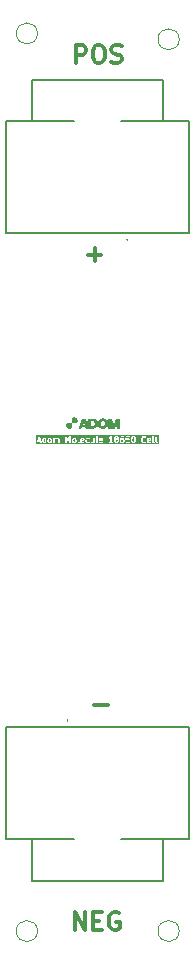
<source format=gbr>
%TF.GenerationSoftware,KiCad,Pcbnew,9.0.4*%
%TF.CreationDate,2025-10-20T17:15:32-05:00*%
%TF.ProjectId,Molecule_18650_Battery,4d6f6c65-6375-46c6-955f-31383635305f,rev?*%
%TF.SameCoordinates,Original*%
%TF.FileFunction,Legend,Top*%
%TF.FilePolarity,Positive*%
%FSLAX46Y46*%
G04 Gerber Fmt 4.6, Leading zero omitted, Abs format (unit mm)*
G04 Created by KiCad (PCBNEW 9.0.4) date 2025-10-20 17:15:32*
%MOMM*%
%LPD*%
G01*
G04 APERTURE LIST*
%ADD10C,0.300000*%
%ADD11C,0.125000*%
%ADD12C,0.100000*%
%ADD13C,0.200000*%
%ADD14C,0.000000*%
%ADD15C,0.050000*%
%ADD16C,2.745000*%
%ADD17R,2.745000X2.745000*%
%ADD18C,1.600000*%
G04 APERTURE END LIST*
D10*
X7164510Y59270600D02*
X8307368Y59270600D01*
X7735939Y58699171D02*
X7735939Y59842028D01*
X7714510Y21170600D02*
X8857368Y21170600D01*
X6054510Y2099171D02*
X6054510Y3599171D01*
X6054510Y3599171D02*
X6911653Y2099171D01*
X6911653Y2099171D02*
X6911653Y3599171D01*
X7625939Y2884885D02*
X8125939Y2884885D01*
X8340225Y2099171D02*
X7625939Y2099171D01*
X7625939Y2099171D02*
X7625939Y3599171D01*
X7625939Y3599171D02*
X8340225Y3599171D01*
X9768797Y3527742D02*
X9625940Y3599171D01*
X9625940Y3599171D02*
X9411654Y3599171D01*
X9411654Y3599171D02*
X9197368Y3527742D01*
X9197368Y3527742D02*
X9054511Y3384885D01*
X9054511Y3384885D02*
X8983082Y3242028D01*
X8983082Y3242028D02*
X8911654Y2956314D01*
X8911654Y2956314D02*
X8911654Y2742028D01*
X8911654Y2742028D02*
X8983082Y2456314D01*
X8983082Y2456314D02*
X9054511Y2313457D01*
X9054511Y2313457D02*
X9197368Y2170600D01*
X9197368Y2170600D02*
X9411654Y2099171D01*
X9411654Y2099171D02*
X9554511Y2099171D01*
X9554511Y2099171D02*
X9768797Y2170600D01*
X9768797Y2170600D02*
X9840225Y2242028D01*
X9840225Y2242028D02*
X9840225Y2742028D01*
X9840225Y2742028D02*
X9554511Y2742028D01*
X6154510Y75499171D02*
X6154510Y76999171D01*
X6154510Y76999171D02*
X6725939Y76999171D01*
X6725939Y76999171D02*
X6868796Y76927742D01*
X6868796Y76927742D02*
X6940225Y76856314D01*
X6940225Y76856314D02*
X7011653Y76713457D01*
X7011653Y76713457D02*
X7011653Y76499171D01*
X7011653Y76499171D02*
X6940225Y76356314D01*
X6940225Y76356314D02*
X6868796Y76284885D01*
X6868796Y76284885D02*
X6725939Y76213457D01*
X6725939Y76213457D02*
X6154510Y76213457D01*
X7940225Y76999171D02*
X8225939Y76999171D01*
X8225939Y76999171D02*
X8368796Y76927742D01*
X8368796Y76927742D02*
X8511653Y76784885D01*
X8511653Y76784885D02*
X8583082Y76499171D01*
X8583082Y76499171D02*
X8583082Y75999171D01*
X8583082Y75999171D02*
X8511653Y75713457D01*
X8511653Y75713457D02*
X8368796Y75570600D01*
X8368796Y75570600D02*
X8225939Y75499171D01*
X8225939Y75499171D02*
X7940225Y75499171D01*
X7940225Y75499171D02*
X7797368Y75570600D01*
X7797368Y75570600D02*
X7654510Y75713457D01*
X7654510Y75713457D02*
X7583082Y75999171D01*
X7583082Y75999171D02*
X7583082Y76499171D01*
X7583082Y76499171D02*
X7654510Y76784885D01*
X7654510Y76784885D02*
X7797368Y76927742D01*
X7797368Y76927742D02*
X7940225Y76999171D01*
X9154511Y75570600D02*
X9368797Y75499171D01*
X9368797Y75499171D02*
X9725939Y75499171D01*
X9725939Y75499171D02*
X9868797Y75570600D01*
X9868797Y75570600D02*
X9940225Y75642028D01*
X9940225Y75642028D02*
X10011654Y75784885D01*
X10011654Y75784885D02*
X10011654Y75927742D01*
X10011654Y75927742D02*
X9940225Y76070600D01*
X9940225Y76070600D02*
X9868797Y76142028D01*
X9868797Y76142028D02*
X9725939Y76213457D01*
X9725939Y76213457D02*
X9440225Y76284885D01*
X9440225Y76284885D02*
X9297368Y76356314D01*
X9297368Y76356314D02*
X9225939Y76427742D01*
X9225939Y76427742D02*
X9154511Y76570600D01*
X9154511Y76570600D02*
X9154511Y76713457D01*
X9154511Y76713457D02*
X9225939Y76856314D01*
X9225939Y76856314D02*
X9297368Y76927742D01*
X9297368Y76927742D02*
X9440225Y76999171D01*
X9440225Y76999171D02*
X9797368Y76999171D01*
X9797368Y76999171D02*
X10011654Y76927742D01*
D11*
G36*
X3528454Y43430190D02*
G01*
X3462850Y43430190D01*
X3437500Y43442865D01*
X3428034Y43452330D01*
X3415359Y43477682D01*
X3415359Y43591031D01*
X3428035Y43616383D01*
X3437499Y43625847D01*
X3462851Y43638523D01*
X3528454Y43638523D01*
X3528454Y43430190D01*
G37*
G36*
X3982504Y43625847D02*
G01*
X3991968Y43616382D01*
X4004644Y43591031D01*
X4004644Y43477681D01*
X3991969Y43452331D01*
X3982504Y43442866D01*
X3957152Y43430190D01*
X3915231Y43430190D01*
X3889881Y43442865D01*
X3880415Y43452330D01*
X3867740Y43477682D01*
X3867740Y43591031D01*
X3880416Y43616383D01*
X3889880Y43625847D01*
X3915232Y43638523D01*
X3957152Y43638523D01*
X3982504Y43625847D01*
G37*
G36*
X6053933Y43625847D02*
G01*
X6063397Y43616382D01*
X6076073Y43591031D01*
X6076073Y43477681D01*
X6063398Y43452331D01*
X6053933Y43442866D01*
X6028581Y43430190D01*
X5986660Y43430190D01*
X5961310Y43442865D01*
X5951844Y43452330D01*
X5939169Y43477682D01*
X5939169Y43591031D01*
X5951845Y43616383D01*
X5961309Y43625847D01*
X5986661Y43638523D01*
X6028581Y43638523D01*
X6053933Y43625847D01*
G37*
G36*
X6757218Y43631347D02*
G01*
X6653455Y43610594D01*
X6653455Y43614841D01*
X6661349Y43630629D01*
X6677137Y43638523D01*
X6742867Y43638523D01*
X6757218Y43631347D01*
G37*
G36*
X8328646Y43631347D02*
G01*
X8224883Y43610594D01*
X8224883Y43614841D01*
X8232777Y43630629D01*
X8248565Y43638523D01*
X8314295Y43638523D01*
X8328646Y43631347D01*
G37*
G36*
X9649169Y43578228D02*
G01*
X9658634Y43568762D01*
X9671310Y43543412D01*
X9671310Y43477681D01*
X9658635Y43452332D01*
X9649169Y43442866D01*
X9623818Y43430190D01*
X9558087Y43430190D01*
X9532737Y43442865D01*
X9523271Y43452330D01*
X9510596Y43477682D01*
X9510596Y43543412D01*
X9523272Y43568764D01*
X9532736Y43578228D01*
X9558088Y43590904D01*
X9623818Y43590904D01*
X9649169Y43578228D01*
G37*
G36*
X9649169Y43792513D02*
G01*
X9658635Y43783047D01*
X9669885Y43760547D01*
X9658635Y43738046D01*
X9649169Y43728580D01*
X9623818Y43715904D01*
X9558087Y43715904D01*
X9532737Y43728579D01*
X9523271Y43738044D01*
X9512020Y43760547D01*
X9523271Y43783049D01*
X9532737Y43792514D01*
X9558087Y43805190D01*
X9623818Y43805190D01*
X9649169Y43792513D01*
G37*
G36*
X10125359Y43602037D02*
G01*
X10134825Y43592571D01*
X10147500Y43567222D01*
X10147500Y43477681D01*
X10134825Y43452332D01*
X10125359Y43442866D01*
X10100008Y43430190D01*
X10034277Y43430190D01*
X10008927Y43442865D01*
X9999461Y43452330D01*
X9986786Y43477682D01*
X9986786Y43567222D01*
X9999461Y43592573D01*
X10008927Y43602038D01*
X10034277Y43614714D01*
X10100008Y43614714D01*
X10125359Y43602037D01*
G37*
G36*
X11053930Y43792513D02*
G01*
X11063395Y43783048D01*
X11079599Y43750639D01*
X11099880Y43669518D01*
X11099880Y43565861D01*
X11079599Y43484740D01*
X11063395Y43452331D01*
X11053930Y43442866D01*
X11028578Y43430190D01*
X11010466Y43430190D01*
X10985117Y43442864D01*
X10975651Y43452330D01*
X10959445Y43484740D01*
X10939166Y43565859D01*
X10939166Y43669520D01*
X10959445Y43750639D01*
X10975651Y43783049D01*
X10985117Y43792515D01*
X11010466Y43805190D01*
X11028578Y43805190D01*
X11053930Y43792513D01*
G37*
G36*
X12400071Y43631347D02*
G01*
X12296308Y43610594D01*
X12296308Y43614841D01*
X12304202Y43630629D01*
X12319990Y43638523D01*
X12385720Y43638523D01*
X12400071Y43631347D01*
G37*
G36*
X3075669Y43573047D02*
G01*
X3011002Y43573047D01*
X3043335Y43670046D01*
X3075669Y43573047D01*
G37*
G36*
X13144365Y43242690D02*
G01*
X2751827Y43242690D01*
X2751827Y43363259D01*
X2814327Y43363259D01*
X2835719Y43320475D01*
X2881100Y43305348D01*
X2923884Y43326740D01*
X2935962Y43347926D01*
X2969336Y43448047D01*
X3117335Y43448047D01*
X3150709Y43347926D01*
X3162787Y43326740D01*
X3205571Y43305348D01*
X3250952Y43320475D01*
X3272344Y43363259D01*
X3269295Y43387455D01*
X3196518Y43605785D01*
X3290359Y43605785D01*
X3290359Y43462928D01*
X3290969Y43459858D01*
X3290516Y43458498D01*
X3293163Y43448831D01*
X3295117Y43439010D01*
X3296130Y43437996D01*
X3296957Y43434978D01*
X3320766Y43387359D01*
X3326908Y43379444D01*
X3332475Y43371114D01*
X3356285Y43347305D01*
X3364618Y43341737D01*
X3372527Y43335599D01*
X3420146Y43311788D01*
X3423165Y43310961D01*
X3424179Y43309948D01*
X3434004Y43307993D01*
X3443666Y43305348D01*
X3445025Y43305801D01*
X3448097Y43305190D01*
X3543335Y43305190D01*
X3546406Y43305801D01*
X3547766Y43305348D01*
X3557422Y43307992D01*
X3567253Y43309948D01*
X3614872Y43309948D01*
X3648696Y43343772D01*
X3653454Y43367690D01*
X3653454Y43605785D01*
X3742740Y43605785D01*
X3742740Y43462928D01*
X3743350Y43459858D01*
X3742897Y43458498D01*
X3745544Y43448831D01*
X3747498Y43439010D01*
X3748511Y43437996D01*
X3749338Y43434978D01*
X3773147Y43387359D01*
X3779289Y43379444D01*
X3784856Y43371114D01*
X3808666Y43347305D01*
X3816999Y43341737D01*
X3824908Y43335599D01*
X3872527Y43311788D01*
X3875546Y43310961D01*
X3876560Y43309948D01*
X3886385Y43307993D01*
X3896047Y43305348D01*
X3897406Y43305801D01*
X3900478Y43305190D01*
X3971906Y43305190D01*
X3974977Y43305801D01*
X3976337Y43305348D01*
X3985993Y43307992D01*
X3995824Y43309948D01*
X3996838Y43310962D01*
X3999857Y43311789D01*
X4047476Y43335599D01*
X4055384Y43341737D01*
X4063718Y43347305D01*
X4087528Y43371114D01*
X4093092Y43379441D01*
X4099237Y43387359D01*
X4123046Y43434977D01*
X4123872Y43437996D01*
X4124886Y43439010D01*
X4126840Y43448837D01*
X4129486Y43458498D01*
X4129033Y43459856D01*
X4129644Y43462928D01*
X4129644Y43605785D01*
X4129033Y43608856D01*
X4129486Y43610215D01*
X4126840Y43619875D01*
X4124886Y43629703D01*
X4123872Y43630716D01*
X4123046Y43633736D01*
X4099237Y43681354D01*
X4093092Y43689271D01*
X4087529Y43697598D01*
X4084104Y43701023D01*
X4218930Y43701023D01*
X4218930Y43367690D01*
X4223688Y43343772D01*
X4257512Y43309948D01*
X4305348Y43309948D01*
X4339172Y43343772D01*
X4343930Y43367690D01*
X4343930Y43626681D01*
X4367613Y43638523D01*
X4409533Y43638523D01*
X4425322Y43630628D01*
X4433216Y43614841D01*
X4433216Y43367690D01*
X4437974Y43343772D01*
X4471798Y43309948D01*
X4519634Y43309948D01*
X4553458Y43343772D01*
X4558216Y43367690D01*
X4558216Y43614841D01*
X4566110Y43630629D01*
X4581898Y43638523D01*
X4623819Y43638523D01*
X4639608Y43630628D01*
X4647502Y43614841D01*
X4647502Y43367690D01*
X4652260Y43343772D01*
X4686084Y43309948D01*
X4733920Y43309948D01*
X4767744Y43343772D01*
X4772502Y43367690D01*
X4772502Y43629595D01*
X4771890Y43632666D01*
X4772344Y43634026D01*
X4769698Y43643687D01*
X4767744Y43653513D01*
X4766730Y43654526D01*
X4765904Y43657546D01*
X4742093Y43705165D01*
X4734463Y43714995D01*
X4733407Y43718164D01*
X4729879Y43720902D01*
X4727141Y43724430D01*
X4723972Y43725485D01*
X4714142Y43733116D01*
X4666523Y43756925D01*
X4663504Y43757751D01*
X4662491Y43758765D01*
X4652669Y43760718D01*
X4643003Y43763366D01*
X4641642Y43762912D01*
X4638573Y43763523D01*
X4567144Y43763523D01*
X4564072Y43762912D01*
X4562714Y43763365D01*
X4553053Y43760719D01*
X4543226Y43758765D01*
X4542212Y43757751D01*
X4539193Y43756925D01*
X4495715Y43735186D01*
X4452237Y43756925D01*
X4449218Y43757751D01*
X4448205Y43758765D01*
X4438383Y43760718D01*
X4428717Y43763366D01*
X4427356Y43762912D01*
X4424287Y43763523D01*
X4352859Y43763523D01*
X4349787Y43762912D01*
X4348429Y43763365D01*
X4338768Y43760719D01*
X4328941Y43758765D01*
X4327927Y43757751D01*
X4324908Y43756925D01*
X4313094Y43751018D01*
X4305348Y43758765D01*
X4257512Y43758765D01*
X4223688Y43724941D01*
X4218930Y43701023D01*
X4084104Y43701023D01*
X4063719Y43721408D01*
X4055390Y43726972D01*
X4047475Y43733116D01*
X3999856Y43756925D01*
X3996837Y43757751D01*
X3995824Y43758765D01*
X3986002Y43760718D01*
X3976336Y43763366D01*
X3974975Y43762912D01*
X3971906Y43763523D01*
X3900478Y43763523D01*
X3897406Y43762912D01*
X3896048Y43763365D01*
X3886387Y43760719D01*
X3876560Y43758765D01*
X3875546Y43757751D01*
X3872527Y43756925D01*
X3824909Y43733116D01*
X3816991Y43726971D01*
X3808665Y43721408D01*
X3784855Y43697598D01*
X3779290Y43689269D01*
X3773147Y43681354D01*
X3749338Y43633735D01*
X3748511Y43630716D01*
X3747498Y43629703D01*
X3745544Y43619881D01*
X3742897Y43610215D01*
X3743350Y43608854D01*
X3742740Y43605785D01*
X3653454Y43605785D01*
X3653454Y43867690D01*
X5266549Y43867690D01*
X5266549Y43367690D01*
X5271307Y43343772D01*
X5305131Y43309948D01*
X5352967Y43309948D01*
X5386791Y43343772D01*
X5391549Y43367690D01*
X5391549Y43585968D01*
X5439080Y43484117D01*
X5448608Y43471130D01*
X5449624Y43468337D01*
X5451196Y43467603D01*
X5453506Y43464455D01*
X5473601Y43457147D01*
X5492972Y43448108D01*
X5495716Y43449105D01*
X5498460Y43448108D01*
X5517830Y43457147D01*
X5537926Y43464455D01*
X5540235Y43467603D01*
X5541808Y43468337D01*
X5542823Y43471130D01*
X5552352Y43484117D01*
X5599882Y43585966D01*
X5599882Y43367690D01*
X5604640Y43343772D01*
X5638464Y43309948D01*
X5686300Y43309948D01*
X5720124Y43343772D01*
X5724882Y43367690D01*
X5724882Y43605785D01*
X5814169Y43605785D01*
X5814169Y43462928D01*
X5814779Y43459858D01*
X5814326Y43458498D01*
X5816973Y43448831D01*
X5818927Y43439010D01*
X5819940Y43437996D01*
X5820767Y43434978D01*
X5844576Y43387359D01*
X5850718Y43379444D01*
X5856285Y43371114D01*
X5880095Y43347305D01*
X5888428Y43341737D01*
X5896337Y43335599D01*
X5943956Y43311788D01*
X5946975Y43310961D01*
X5947989Y43309948D01*
X5957814Y43307993D01*
X5967476Y43305348D01*
X5968835Y43305801D01*
X5971907Y43305190D01*
X6043335Y43305190D01*
X6046406Y43305801D01*
X6047766Y43305348D01*
X6057422Y43307992D01*
X6067253Y43309948D01*
X6068267Y43310962D01*
X6071286Y43311789D01*
X6118905Y43335599D01*
X6126813Y43341737D01*
X6135147Y43347305D01*
X6158957Y43371114D01*
X6164521Y43379441D01*
X6170666Y43387359D01*
X6194475Y43434977D01*
X6195301Y43437996D01*
X6196315Y43439010D01*
X6198269Y43448837D01*
X6200915Y43458498D01*
X6200462Y43459856D01*
X6201073Y43462928D01*
X6201073Y43605785D01*
X6200462Y43608856D01*
X6200915Y43610215D01*
X6198269Y43619875D01*
X6196315Y43629703D01*
X6195301Y43630716D01*
X6194475Y43633736D01*
X6170666Y43681354D01*
X6164521Y43689271D01*
X6158958Y43697598D01*
X6135148Y43721408D01*
X6126819Y43726972D01*
X6118904Y43733116D01*
X6071285Y43756925D01*
X6068266Y43757751D01*
X6067253Y43758765D01*
X6057431Y43760718D01*
X6047765Y43763366D01*
X6046404Y43762912D01*
X6043335Y43763523D01*
X5971907Y43763523D01*
X5968835Y43762912D01*
X5967477Y43763365D01*
X5957816Y43760719D01*
X5947989Y43758765D01*
X5946975Y43757751D01*
X5943956Y43756925D01*
X5896338Y43733116D01*
X5888420Y43726971D01*
X5880094Y43721408D01*
X5856284Y43697598D01*
X5850719Y43689269D01*
X5844576Y43681354D01*
X5820767Y43633735D01*
X5819940Y43630716D01*
X5818927Y43629703D01*
X5816973Y43619881D01*
X5814326Y43610215D01*
X5814779Y43608854D01*
X5814169Y43605785D01*
X5724882Y43605785D01*
X5724882Y43867690D01*
X6290359Y43867690D01*
X6290359Y43439119D01*
X6290970Y43436047D01*
X6290517Y43434688D01*
X6293161Y43425031D01*
X6295117Y43415201D01*
X6296131Y43414186D01*
X6296958Y43411168D01*
X6320768Y43363549D01*
X6328396Y43353719D01*
X6329453Y43350551D01*
X6332981Y43347812D01*
X6335720Y43344284D01*
X6338888Y43343227D01*
X6348718Y43335599D01*
X6396337Y43311788D01*
X6419857Y43305348D01*
X6465237Y43320474D01*
X6486631Y43363259D01*
X6471504Y43408639D01*
X6452239Y43423591D01*
X6423254Y43438083D01*
X6415359Y43453872D01*
X6415359Y43629595D01*
X6528455Y43629595D01*
X6528455Y43439119D01*
X6529065Y43436049D01*
X6528612Y43434689D01*
X6531259Y43425022D01*
X6533213Y43415201D01*
X6534226Y43414187D01*
X6535053Y43411169D01*
X6558862Y43363550D01*
X6566492Y43353719D01*
X6567548Y43350551D01*
X6571075Y43347812D01*
X6573814Y43344285D01*
X6576982Y43343228D01*
X6586813Y43335599D01*
X6634432Y43311788D01*
X6637451Y43310961D01*
X6638465Y43309948D01*
X6648290Y43307993D01*
X6657952Y43305348D01*
X6659311Y43305801D01*
X6662383Y43305190D01*
X6757621Y43305190D01*
X6760692Y43305801D01*
X6762052Y43305348D01*
X6771708Y43307992D01*
X6781539Y43309948D01*
X6782553Y43310962D01*
X6785572Y43311789D01*
X6833191Y43335599D01*
X6852456Y43350551D01*
X6867583Y43395931D01*
X6846189Y43438716D01*
X6800809Y43453842D01*
X6777289Y43447402D01*
X6742867Y43430190D01*
X6677136Y43430190D01*
X6661349Y43438083D01*
X6653455Y43453873D01*
X6653455Y43483119D01*
X6841307Y43520690D01*
X6849837Y43524234D01*
X6852968Y43524234D01*
X6855192Y43526458D01*
X6863827Y43530046D01*
X6873921Y43545187D01*
X6886792Y43558058D01*
X6888616Y43567230D01*
X6890361Y43569847D01*
X6889747Y43572914D01*
X6891550Y43581976D01*
X6891550Y43605785D01*
X6957026Y43605785D01*
X6957026Y43462928D01*
X6957636Y43459858D01*
X6957183Y43458498D01*
X6959830Y43448831D01*
X6961784Y43439010D01*
X6962797Y43437996D01*
X6963624Y43434978D01*
X6987433Y43387359D01*
X6993575Y43379444D01*
X6999142Y43371114D01*
X7022952Y43347305D01*
X7031285Y43341737D01*
X7039194Y43335599D01*
X7086813Y43311788D01*
X7089832Y43310961D01*
X7090846Y43309948D01*
X7100671Y43307993D01*
X7110333Y43305348D01*
X7111692Y43305801D01*
X7114764Y43305190D01*
X7210002Y43305190D01*
X7213073Y43305801D01*
X7214433Y43305348D01*
X7224089Y43307992D01*
X7233920Y43309948D01*
X7234934Y43310962D01*
X7237953Y43311789D01*
X7285572Y43335599D01*
X7304837Y43350551D01*
X7319964Y43395931D01*
X7298570Y43438716D01*
X7253190Y43453842D01*
X7229670Y43447402D01*
X7195248Y43430190D01*
X7129517Y43430190D01*
X7104167Y43442865D01*
X7094701Y43452330D01*
X7082026Y43477682D01*
X7082026Y43591031D01*
X7094702Y43616383D01*
X7104166Y43625847D01*
X7129518Y43638523D01*
X7195248Y43638523D01*
X7229670Y43621312D01*
X7253191Y43614872D01*
X7298571Y43629999D01*
X7319963Y43672785D01*
X7310550Y43701023D01*
X7409406Y43701023D01*
X7409406Y43439119D01*
X7410017Y43436047D01*
X7409564Y43434688D01*
X7412208Y43425031D01*
X7414164Y43415201D01*
X7415178Y43414186D01*
X7416005Y43411168D01*
X7439815Y43363549D01*
X7447443Y43353719D01*
X7448500Y43350551D01*
X7452028Y43347812D01*
X7454767Y43344284D01*
X7457935Y43343227D01*
X7467765Y43335599D01*
X7515384Y43311788D01*
X7518403Y43310961D01*
X7519417Y43309948D01*
X7529242Y43307993D01*
X7538904Y43305348D01*
X7540263Y43305801D01*
X7543335Y43305190D01*
X7614763Y43305190D01*
X7617834Y43305801D01*
X7619194Y43305348D01*
X7628850Y43307992D01*
X7638681Y43309948D01*
X7639695Y43310962D01*
X7642714Y43311789D01*
X7654526Y43317695D01*
X7662274Y43309948D01*
X7710110Y43309948D01*
X7743934Y43343772D01*
X7748692Y43367690D01*
X7748692Y43701023D01*
X7743934Y43724941D01*
X7710110Y43758765D01*
X7662274Y43758765D01*
X7628450Y43724941D01*
X7623692Y43701023D01*
X7623692Y43442032D01*
X7600009Y43430190D01*
X7558088Y43430190D01*
X7542301Y43438083D01*
X7534406Y43453872D01*
X7534406Y43701023D01*
X7529648Y43724941D01*
X7495824Y43758765D01*
X7447988Y43758765D01*
X7414164Y43724941D01*
X7409406Y43701023D01*
X7310550Y43701023D01*
X7304836Y43718164D01*
X7285571Y43733116D01*
X7237952Y43756925D01*
X7234933Y43757751D01*
X7233920Y43758765D01*
X7224098Y43760718D01*
X7214432Y43763366D01*
X7213071Y43762912D01*
X7210002Y43763523D01*
X7114764Y43763523D01*
X7111692Y43762912D01*
X7110334Y43763365D01*
X7100673Y43760719D01*
X7090846Y43758765D01*
X7089832Y43757751D01*
X7086813Y43756925D01*
X7039195Y43733116D01*
X7031277Y43726971D01*
X7022951Y43721408D01*
X6999141Y43697598D01*
X6993576Y43689269D01*
X6987433Y43681354D01*
X6963624Y43633735D01*
X6962797Y43630716D01*
X6961784Y43629703D01*
X6959830Y43619881D01*
X6957183Y43610215D01*
X6957636Y43608854D01*
X6957026Y43605785D01*
X6891550Y43605785D01*
X6891550Y43629595D01*
X6890938Y43632666D01*
X6891392Y43634026D01*
X6888746Y43643687D01*
X6886792Y43653513D01*
X6885778Y43654526D01*
X6884952Y43657546D01*
X6861141Y43705165D01*
X6853511Y43714995D01*
X6852455Y43718164D01*
X6848927Y43720902D01*
X6846189Y43724430D01*
X6843020Y43725485D01*
X6833190Y43733116D01*
X6785571Y43756925D01*
X6782552Y43757751D01*
X6781539Y43758765D01*
X6771717Y43760718D01*
X6762051Y43763366D01*
X6760690Y43762912D01*
X6757621Y43763523D01*
X6662383Y43763523D01*
X6659311Y43762912D01*
X6657953Y43763365D01*
X6648292Y43760719D01*
X6638465Y43758765D01*
X6637451Y43757751D01*
X6634432Y43756925D01*
X6586814Y43733116D01*
X6576980Y43725484D01*
X6573814Y43724429D01*
X6571077Y43720903D01*
X6567548Y43718164D01*
X6566491Y43714994D01*
X6558862Y43705164D01*
X6535053Y43657545D01*
X6534226Y43654526D01*
X6533213Y43653513D01*
X6531259Y43643691D01*
X6528612Y43634025D01*
X6529065Y43632664D01*
X6528455Y43629595D01*
X6415359Y43629595D01*
X6415359Y43867690D01*
X7861787Y43867690D01*
X7861787Y43439119D01*
X7862398Y43436047D01*
X7861945Y43434688D01*
X7864589Y43425031D01*
X7866545Y43415201D01*
X7867559Y43414186D01*
X7868386Y43411168D01*
X7892196Y43363549D01*
X7899824Y43353719D01*
X7900881Y43350551D01*
X7904409Y43347812D01*
X7907148Y43344284D01*
X7910316Y43343227D01*
X7920146Y43335599D01*
X7967765Y43311788D01*
X7991285Y43305348D01*
X8036665Y43320474D01*
X8058059Y43363259D01*
X8042932Y43408639D01*
X8023667Y43423591D01*
X7994682Y43438083D01*
X7986787Y43453872D01*
X7986787Y43629595D01*
X8099883Y43629595D01*
X8099883Y43439119D01*
X8100493Y43436049D01*
X8100040Y43434689D01*
X8102687Y43425022D01*
X8104641Y43415201D01*
X8105654Y43414187D01*
X8106481Y43411169D01*
X8130290Y43363550D01*
X8137920Y43353719D01*
X8138976Y43350551D01*
X8142503Y43347812D01*
X8145242Y43344285D01*
X8148410Y43343228D01*
X8158241Y43335599D01*
X8205860Y43311788D01*
X8208879Y43310961D01*
X8209893Y43309948D01*
X8219718Y43307993D01*
X8229380Y43305348D01*
X8230739Y43305801D01*
X8233811Y43305190D01*
X8329049Y43305190D01*
X8332120Y43305801D01*
X8333480Y43305348D01*
X8343136Y43307992D01*
X8352967Y43309948D01*
X8353981Y43310962D01*
X8357000Y43311789D01*
X8404619Y43335599D01*
X8423884Y43350551D01*
X8439011Y43395931D01*
X8417617Y43438716D01*
X8372237Y43453842D01*
X8348717Y43447402D01*
X8314295Y43430190D01*
X8248564Y43430190D01*
X8232777Y43438083D01*
X8224883Y43453873D01*
X8224883Y43483119D01*
X8412735Y43520690D01*
X8421265Y43524234D01*
X8424396Y43524234D01*
X8426620Y43526458D01*
X8435255Y43530046D01*
X8445349Y43545187D01*
X8458220Y43558058D01*
X8460044Y43567230D01*
X8461789Y43569847D01*
X8461175Y43572914D01*
X8462978Y43581976D01*
X8462978Y43629595D01*
X8462366Y43632666D01*
X8462820Y43634026D01*
X8460174Y43643687D01*
X8458220Y43653513D01*
X8457206Y43654526D01*
X8456380Y43657546D01*
X8432569Y43705165D01*
X8424939Y43714995D01*
X8423883Y43718164D01*
X8420998Y43720403D01*
X8909563Y43720403D01*
X8930956Y43677617D01*
X8976336Y43662490D01*
X8999856Y43668931D01*
X9047475Y43692740D01*
X9052263Y43696456D01*
X9052263Y43430190D01*
X8971906Y43430190D01*
X8947988Y43425432D01*
X8914164Y43391608D01*
X8914164Y43343772D01*
X8947988Y43309948D01*
X8971906Y43305190D01*
X9257620Y43305190D01*
X9281538Y43309948D01*
X9315362Y43343772D01*
X9315362Y43391608D01*
X9281538Y43425432D01*
X9257620Y43430190D01*
X9177263Y43430190D01*
X9177263Y43772452D01*
X9385596Y43772452D01*
X9385596Y43748642D01*
X9386206Y43745572D01*
X9385753Y43744212D01*
X9388400Y43734545D01*
X9390354Y43724724D01*
X9391367Y43723710D01*
X9392194Y43720692D01*
X9416003Y43673073D01*
X9422145Y43665158D01*
X9427712Y43656828D01*
X9431136Y43653404D01*
X9427711Y43649979D01*
X9422146Y43641650D01*
X9416003Y43633735D01*
X9392194Y43586116D01*
X9391367Y43583097D01*
X9390354Y43582084D01*
X9388400Y43572262D01*
X9385753Y43562596D01*
X9386206Y43561235D01*
X9385596Y43558166D01*
X9385596Y43462928D01*
X9386206Y43459858D01*
X9385753Y43458498D01*
X9388400Y43448831D01*
X9390354Y43439010D01*
X9391367Y43437996D01*
X9392194Y43434978D01*
X9416003Y43387359D01*
X9422145Y43379444D01*
X9427712Y43371114D01*
X9451522Y43347305D01*
X9459855Y43341737D01*
X9467764Y43335599D01*
X9515383Y43311788D01*
X9518402Y43310961D01*
X9519416Y43309948D01*
X9529241Y43307993D01*
X9538903Y43305348D01*
X9540262Y43305801D01*
X9543334Y43305190D01*
X9638572Y43305190D01*
X9641643Y43305801D01*
X9643003Y43305348D01*
X9652659Y43307992D01*
X9662490Y43309948D01*
X9663504Y43310962D01*
X9666523Y43311789D01*
X9714142Y43335599D01*
X9722053Y43341739D01*
X9730385Y43347306D01*
X9754194Y43371115D01*
X9759760Y43379446D01*
X9765901Y43387358D01*
X9789712Y43434977D01*
X9790538Y43437996D01*
X9791552Y43439010D01*
X9793506Y43448835D01*
X9796152Y43458497D01*
X9795698Y43459856D01*
X9796310Y43462928D01*
X9796310Y43558166D01*
X9795698Y43561237D01*
X9796152Y43562597D01*
X9793506Y43572258D01*
X9791552Y43582084D01*
X9790538Y43583097D01*
X9789712Y43586117D01*
X9765901Y43633736D01*
X9759762Y43641644D01*
X9754195Y43649978D01*
X9750769Y43653404D01*
X9861786Y43653404D01*
X9861786Y43462928D01*
X9862396Y43459858D01*
X9861943Y43458498D01*
X9864590Y43448831D01*
X9866544Y43439010D01*
X9867557Y43437996D01*
X9868384Y43434978D01*
X9892193Y43387359D01*
X9898335Y43379444D01*
X9903902Y43371114D01*
X9927712Y43347305D01*
X9936045Y43341737D01*
X9943954Y43335599D01*
X9991573Y43311788D01*
X9994592Y43310961D01*
X9995606Y43309948D01*
X10005431Y43307993D01*
X10015093Y43305348D01*
X10016452Y43305801D01*
X10019524Y43305190D01*
X10114762Y43305190D01*
X10117833Y43305801D01*
X10119193Y43305348D01*
X10128849Y43307992D01*
X10138680Y43309948D01*
X10139694Y43310962D01*
X10142713Y43311789D01*
X10190332Y43335599D01*
X10198243Y43341739D01*
X10206575Y43347306D01*
X10230384Y43371115D01*
X10235950Y43379446D01*
X10242091Y43387358D01*
X10265902Y43434977D01*
X10266728Y43437996D01*
X10267742Y43439010D01*
X10269696Y43448835D01*
X10272342Y43458497D01*
X10271888Y43459856D01*
X10272500Y43462928D01*
X10272500Y43581976D01*
X10271888Y43585047D01*
X10272342Y43586407D01*
X10269696Y43596068D01*
X10267742Y43605894D01*
X10266728Y43606907D01*
X10265902Y43609927D01*
X10252958Y43635814D01*
X10338286Y43635814D01*
X10340641Y43611541D01*
X10342734Y43608982D01*
X10342734Y43605678D01*
X10357603Y43590808D01*
X10370931Y43574519D01*
X10374222Y43574189D01*
X10376559Y43571853D01*
X10397596Y43571853D01*
X10418530Y43569760D01*
X10421088Y43571853D01*
X10424393Y43571853D01*
X10444670Y43585401D01*
X10461308Y43602039D01*
X10486657Y43614714D01*
X10576198Y43614714D01*
X10601549Y43602037D01*
X10611015Y43592571D01*
X10623690Y43567222D01*
X10623690Y43477681D01*
X10611015Y43452332D01*
X10601549Y43442866D01*
X10576198Y43430190D01*
X10486657Y43430190D01*
X10461308Y43442864D01*
X10444670Y43459503D01*
X10424393Y43473051D01*
X10376559Y43473051D01*
X10342734Y43439226D01*
X10342734Y43391392D01*
X10356282Y43371115D01*
X10380091Y43347306D01*
X10388422Y43341739D01*
X10396334Y43335599D01*
X10443953Y43311788D01*
X10446972Y43310961D01*
X10447986Y43309948D01*
X10457811Y43307993D01*
X10467473Y43305348D01*
X10468832Y43305801D01*
X10471904Y43305190D01*
X10590952Y43305190D01*
X10594023Y43305801D01*
X10595383Y43305348D01*
X10605039Y43307992D01*
X10614870Y43309948D01*
X10615884Y43310962D01*
X10618903Y43311789D01*
X10666522Y43335599D01*
X10674433Y43341739D01*
X10682765Y43347306D01*
X10706574Y43371115D01*
X10712140Y43379446D01*
X10718281Y43387358D01*
X10742092Y43434977D01*
X10742918Y43437996D01*
X10743932Y43439010D01*
X10745886Y43448835D01*
X10748532Y43458497D01*
X10748078Y43459856D01*
X10748690Y43462928D01*
X10748690Y43581976D01*
X10748078Y43585047D01*
X10748532Y43586407D01*
X10745886Y43596068D01*
X10743932Y43605894D01*
X10742918Y43606907D01*
X10742092Y43609927D01*
X10718281Y43657546D01*
X10712140Y43665457D01*
X10706574Y43673789D01*
X10703149Y43677214D01*
X10814166Y43677214D01*
X10814166Y43558166D01*
X10815659Y43550656D01*
X10816032Y43543008D01*
X10839841Y43447770D01*
X10842766Y43441577D01*
X10844574Y43434977D01*
X10868384Y43387358D01*
X10874524Y43379446D01*
X10880091Y43371115D01*
X10903900Y43347306D01*
X10912231Y43341739D01*
X10920143Y43335599D01*
X10967762Y43311788D01*
X10970781Y43310961D01*
X10971795Y43309948D01*
X10981620Y43307993D01*
X10991282Y43305348D01*
X10992641Y43305801D01*
X10995713Y43305190D01*
X11043332Y43305190D01*
X11046403Y43305801D01*
X11047763Y43305348D01*
X11057419Y43307992D01*
X11067250Y43309948D01*
X11068264Y43310962D01*
X11071283Y43311789D01*
X11118902Y43335599D01*
X11126810Y43341737D01*
X11135144Y43347305D01*
X11158954Y43371114D01*
X11164518Y43379441D01*
X11170663Y43387359D01*
X11194472Y43434977D01*
X11196279Y43441578D01*
X11199204Y43447769D01*
X11223014Y43543007D01*
X11223386Y43550656D01*
X11224880Y43558166D01*
X11224880Y43653404D01*
X11671308Y43653404D01*
X11671308Y43581976D01*
X11672801Y43574466D01*
X11673174Y43566818D01*
X11696983Y43471580D01*
X11699908Y43465387D01*
X11701716Y43458787D01*
X11725526Y43411168D01*
X11731666Y43403256D01*
X11737233Y43394925D01*
X11784852Y43347306D01*
X11787453Y43345567D01*
X11788095Y43344285D01*
X11796806Y43339318D01*
X11805129Y43333758D01*
X11806560Y43333758D01*
X11809281Y43332207D01*
X11880709Y43308397D01*
X11890649Y43307144D01*
X11900474Y43305190D01*
X11948093Y43305190D01*
X11957918Y43307144D01*
X11967857Y43308397D01*
X12039287Y43332207D01*
X12042008Y43333758D01*
X12043439Y43333758D01*
X12051761Y43339318D01*
X12060473Y43344285D01*
X12061114Y43345567D01*
X12063716Y43347306D01*
X12087525Y43371115D01*
X12101073Y43391392D01*
X12101073Y43439226D01*
X12067248Y43473051D01*
X12019414Y43473051D01*
X11999137Y43459503D01*
X11985761Y43446127D01*
X11937950Y43430190D01*
X11910618Y43430190D01*
X11862806Y43446127D01*
X11832793Y43476140D01*
X11816587Y43508550D01*
X11796308Y43589669D01*
X11796308Y43629595D01*
X12171308Y43629595D01*
X12171308Y43439119D01*
X12171918Y43436049D01*
X12171465Y43434689D01*
X12174112Y43425022D01*
X12176066Y43415201D01*
X12177079Y43414187D01*
X12177906Y43411169D01*
X12201715Y43363550D01*
X12209345Y43353719D01*
X12210401Y43350551D01*
X12213928Y43347812D01*
X12216667Y43344285D01*
X12219835Y43343228D01*
X12229666Y43335599D01*
X12277285Y43311788D01*
X12280304Y43310961D01*
X12281318Y43309948D01*
X12291143Y43307993D01*
X12300805Y43305348D01*
X12302164Y43305801D01*
X12305236Y43305190D01*
X12400474Y43305190D01*
X12403545Y43305801D01*
X12404905Y43305348D01*
X12414561Y43307992D01*
X12424392Y43309948D01*
X12425406Y43310962D01*
X12428425Y43311789D01*
X12476044Y43335599D01*
X12495309Y43350551D01*
X12510436Y43395931D01*
X12489042Y43438716D01*
X12443662Y43453842D01*
X12420142Y43447402D01*
X12385720Y43430190D01*
X12319989Y43430190D01*
X12304202Y43438083D01*
X12296308Y43453873D01*
X12296308Y43483119D01*
X12484160Y43520690D01*
X12492690Y43524234D01*
X12495821Y43524234D01*
X12498045Y43526458D01*
X12506680Y43530046D01*
X12516774Y43545187D01*
X12529645Y43558058D01*
X12531469Y43567230D01*
X12533214Y43569847D01*
X12532600Y43572914D01*
X12534403Y43581976D01*
X12534403Y43629595D01*
X12533791Y43632666D01*
X12534245Y43634026D01*
X12531599Y43643687D01*
X12529645Y43653513D01*
X12528631Y43654526D01*
X12527805Y43657546D01*
X12503994Y43705165D01*
X12496364Y43714995D01*
X12495308Y43718164D01*
X12491780Y43720902D01*
X12489042Y43724430D01*
X12485873Y43725485D01*
X12476043Y43733116D01*
X12428424Y43756925D01*
X12425405Y43757751D01*
X12424392Y43758765D01*
X12414570Y43760718D01*
X12404904Y43763366D01*
X12403543Y43762912D01*
X12400474Y43763523D01*
X12305236Y43763523D01*
X12302164Y43762912D01*
X12300806Y43763365D01*
X12291145Y43760719D01*
X12281318Y43758765D01*
X12280304Y43757751D01*
X12277285Y43756925D01*
X12229667Y43733116D01*
X12219833Y43725484D01*
X12216667Y43724429D01*
X12213930Y43720903D01*
X12210401Y43718164D01*
X12209344Y43714994D01*
X12201715Y43705164D01*
X12177906Y43657545D01*
X12177079Y43654526D01*
X12176066Y43653513D01*
X12174112Y43643691D01*
X12171465Y43634025D01*
X12171918Y43632664D01*
X12171308Y43629595D01*
X11796308Y43629595D01*
X11796308Y43645710D01*
X11816587Y43726829D01*
X11832793Y43759239D01*
X11862806Y43789252D01*
X11910618Y43805190D01*
X11937950Y43805190D01*
X11985761Y43789252D01*
X11999137Y43775877D01*
X12019414Y43762329D01*
X12067248Y43762329D01*
X12101073Y43796154D01*
X12101073Y43843988D01*
X12087525Y43864265D01*
X12084100Y43867690D01*
X12623688Y43867690D01*
X12623688Y43439119D01*
X12624299Y43436047D01*
X12623846Y43434688D01*
X12626490Y43425031D01*
X12628446Y43415201D01*
X12629460Y43414186D01*
X12630287Y43411168D01*
X12654097Y43363549D01*
X12661725Y43353719D01*
X12662782Y43350551D01*
X12666310Y43347812D01*
X12669049Y43344284D01*
X12672217Y43343227D01*
X12682047Y43335599D01*
X12729666Y43311788D01*
X12753186Y43305348D01*
X12798566Y43320474D01*
X12819960Y43363259D01*
X12804833Y43408639D01*
X12785568Y43423591D01*
X12756583Y43438083D01*
X12748688Y43453872D01*
X12748688Y43867690D01*
X12885593Y43867690D01*
X12885593Y43439119D01*
X12886204Y43436047D01*
X12885751Y43434688D01*
X12888395Y43425031D01*
X12890351Y43415201D01*
X12891365Y43414186D01*
X12892192Y43411168D01*
X12916002Y43363549D01*
X12923630Y43353719D01*
X12924687Y43350551D01*
X12928215Y43347812D01*
X12930954Y43344284D01*
X12934122Y43343227D01*
X12943952Y43335599D01*
X12991571Y43311788D01*
X13015091Y43305348D01*
X13060471Y43320474D01*
X13081865Y43363259D01*
X13066738Y43408639D01*
X13047473Y43423591D01*
X13018488Y43438083D01*
X13010593Y43453872D01*
X13010593Y43867690D01*
X13005835Y43891608D01*
X12972011Y43925432D01*
X12924175Y43925432D01*
X12890351Y43891608D01*
X12885593Y43867690D01*
X12748688Y43867690D01*
X12743930Y43891608D01*
X12710106Y43925432D01*
X12662270Y43925432D01*
X12628446Y43891608D01*
X12623688Y43867690D01*
X12084100Y43867690D01*
X12063716Y43888074D01*
X12061114Y43889812D01*
X12060473Y43891095D01*
X12051761Y43896061D01*
X12043439Y43901622D01*
X12042008Y43901622D01*
X12039287Y43903173D01*
X11967857Y43926983D01*
X11957918Y43928235D01*
X11948093Y43930190D01*
X11900474Y43930190D01*
X11890649Y43928235D01*
X11880709Y43926983D01*
X11809281Y43903173D01*
X11806560Y43901622D01*
X11805129Y43901622D01*
X11796806Y43896061D01*
X11788095Y43891095D01*
X11787453Y43889812D01*
X11784852Y43888074D01*
X11737233Y43840455D01*
X11731666Y43832123D01*
X11725526Y43824212D01*
X11701716Y43776593D01*
X11699908Y43769992D01*
X11696983Y43763800D01*
X11673174Y43668562D01*
X11672801Y43660913D01*
X11671308Y43653404D01*
X11224880Y43653404D01*
X11224880Y43677214D01*
X11223386Y43684723D01*
X11223014Y43692373D01*
X11199204Y43787611D01*
X11196279Y43793801D01*
X11194472Y43800403D01*
X11170663Y43848021D01*
X11164518Y43855938D01*
X11158954Y43864266D01*
X11135144Y43888075D01*
X11126810Y43893642D01*
X11118902Y43899781D01*
X11071283Y43923591D01*
X11068264Y43924417D01*
X11067250Y43925432D01*
X11057419Y43927387D01*
X11047763Y43930032D01*
X11046403Y43929578D01*
X11043332Y43930190D01*
X10995713Y43930190D01*
X10992641Y43929578D01*
X10991282Y43930032D01*
X10981620Y43927386D01*
X10971795Y43925432D01*
X10970781Y43924418D01*
X10967762Y43923592D01*
X10920143Y43899781D01*
X10912231Y43893640D01*
X10903900Y43888074D01*
X10880091Y43864265D01*
X10874524Y43855933D01*
X10868384Y43848022D01*
X10844574Y43800403D01*
X10842766Y43793802D01*
X10839841Y43787610D01*
X10816032Y43692372D01*
X10815659Y43684723D01*
X10814166Y43677214D01*
X10703149Y43677214D01*
X10682765Y43697598D01*
X10674433Y43703164D01*
X10666522Y43709305D01*
X10618903Y43733115D01*
X10615884Y43733941D01*
X10614870Y43734956D01*
X10605039Y43736911D01*
X10595383Y43739556D01*
X10594023Y43739102D01*
X10590952Y43739714D01*
X10474300Y43739714D01*
X10480847Y43805190D01*
X10662380Y43805190D01*
X10686298Y43809948D01*
X10720122Y43843772D01*
X10720122Y43891608D01*
X10686298Y43925432D01*
X10662380Y43930190D01*
X10424285Y43930190D01*
X10409330Y43927215D01*
X10406231Y43927525D01*
X10404734Y43926300D01*
X10400367Y43925432D01*
X10385489Y43910554D01*
X10369209Y43897234D01*
X10367910Y43892975D01*
X10366543Y43891608D01*
X10366543Y43888492D01*
X10362095Y43873908D01*
X10338286Y43635814D01*
X10252958Y43635814D01*
X10242091Y43657546D01*
X10235950Y43665457D01*
X10230384Y43673789D01*
X10206575Y43697598D01*
X10198243Y43703164D01*
X10190332Y43709305D01*
X10142713Y43733115D01*
X10139694Y43733941D01*
X10138680Y43734956D01*
X10128849Y43736911D01*
X10119193Y43739556D01*
X10117833Y43739102D01*
X10114762Y43739714D01*
X10019524Y43739714D01*
X10016911Y43739194D01*
X10044282Y43780251D01*
X10056546Y43792514D01*
X10081896Y43805190D01*
X10162381Y43805190D01*
X10186299Y43809948D01*
X10220123Y43843772D01*
X10220123Y43891608D01*
X10186299Y43925432D01*
X10162381Y43930190D01*
X10067143Y43930190D01*
X10064071Y43929578D01*
X10062712Y43930032D01*
X10053050Y43927386D01*
X10043225Y43925432D01*
X10042211Y43924418D01*
X10039192Y43923592D01*
X9991573Y43899781D01*
X9983664Y43893642D01*
X9975331Y43888075D01*
X9951521Y43864266D01*
X9948083Y43859121D01*
X9943711Y43854740D01*
X9896092Y43783311D01*
X9892017Y43773444D01*
X9887461Y43763800D01*
X9863652Y43668562D01*
X9863279Y43660913D01*
X9861786Y43653404D01*
X9750769Y43653404D01*
X9754194Y43656829D01*
X9759760Y43665160D01*
X9765901Y43673072D01*
X9789712Y43720691D01*
X9790538Y43723710D01*
X9791552Y43724724D01*
X9793506Y43734549D01*
X9796152Y43744211D01*
X9795698Y43745570D01*
X9796310Y43748642D01*
X9796310Y43772452D01*
X9795698Y43775523D01*
X9796152Y43776883D01*
X9793506Y43786544D01*
X9791552Y43796370D01*
X9790538Y43797383D01*
X9789712Y43800403D01*
X9765901Y43848022D01*
X9759760Y43855933D01*
X9754194Y43864265D01*
X9730385Y43888074D01*
X9722053Y43893640D01*
X9714142Y43899781D01*
X9666523Y43923591D01*
X9663504Y43924417D01*
X9662490Y43925432D01*
X9652659Y43927387D01*
X9643003Y43930032D01*
X9641643Y43929578D01*
X9638572Y43930190D01*
X9543334Y43930190D01*
X9540262Y43929578D01*
X9538903Y43930032D01*
X9529241Y43927386D01*
X9519416Y43925432D01*
X9518402Y43924418D01*
X9515383Y43923592D01*
X9467764Y43899781D01*
X9459855Y43893642D01*
X9451522Y43888075D01*
X9427712Y43864266D01*
X9422145Y43855935D01*
X9416003Y43848021D01*
X9392194Y43800402D01*
X9391367Y43797383D01*
X9390354Y43796370D01*
X9388400Y43786548D01*
X9385753Y43776882D01*
X9386206Y43775521D01*
X9385596Y43772452D01*
X9177263Y43772452D01*
X9177263Y43867690D01*
X9172505Y43891608D01*
X9167954Y43896158D01*
X9166693Y43902467D01*
X9151551Y43912561D01*
X9138681Y43925432D01*
X9132246Y43925432D01*
X9126891Y43929002D01*
X9109041Y43925432D01*
X9090845Y43925432D01*
X9086296Y43920883D01*
X9079986Y43919621D01*
X9062760Y43902359D01*
X9018572Y43836077D01*
X8982504Y43800009D01*
X8943956Y43780735D01*
X8924690Y43765783D01*
X8909563Y43720403D01*
X8420998Y43720403D01*
X8420355Y43720902D01*
X8417617Y43724430D01*
X8414448Y43725485D01*
X8404618Y43733116D01*
X8356999Y43756925D01*
X8353980Y43757751D01*
X8352967Y43758765D01*
X8343145Y43760718D01*
X8333479Y43763366D01*
X8332118Y43762912D01*
X8329049Y43763523D01*
X8233811Y43763523D01*
X8230739Y43762912D01*
X8229381Y43763365D01*
X8219720Y43760719D01*
X8209893Y43758765D01*
X8208879Y43757751D01*
X8205860Y43756925D01*
X8158242Y43733116D01*
X8148408Y43725484D01*
X8145242Y43724429D01*
X8142505Y43720903D01*
X8138976Y43718164D01*
X8137919Y43714994D01*
X8130290Y43705164D01*
X8106481Y43657545D01*
X8105654Y43654526D01*
X8104641Y43653513D01*
X8102687Y43643691D01*
X8100040Y43634025D01*
X8100493Y43632664D01*
X8099883Y43629595D01*
X7986787Y43629595D01*
X7986787Y43867690D01*
X7982029Y43891608D01*
X7948205Y43925432D01*
X7900369Y43925432D01*
X7866545Y43891608D01*
X7861787Y43867690D01*
X6415359Y43867690D01*
X6410601Y43891608D01*
X6376777Y43925432D01*
X6328941Y43925432D01*
X6295117Y43891608D01*
X6290359Y43867690D01*
X5724882Y43867690D01*
X5720124Y43891608D01*
X5712270Y43899461D01*
X5708474Y43909901D01*
X5696018Y43915713D01*
X5686300Y43925432D01*
X5675193Y43925432D01*
X5665126Y43930130D01*
X5652207Y43925432D01*
X5638464Y43925432D01*
X5630611Y43917579D01*
X5620172Y43913783D01*
X5605746Y43894121D01*
X5495715Y43658340D01*
X5385685Y43894120D01*
X5371259Y43913782D01*
X5360821Y43917577D01*
X5352967Y43925432D01*
X5339222Y43925432D01*
X5326305Y43930129D01*
X5316240Y43925432D01*
X5305131Y43925432D01*
X5295410Y43915711D01*
X5282957Y43909900D01*
X5279161Y43899462D01*
X5271307Y43891608D01*
X5266549Y43867690D01*
X3653454Y43867690D01*
X3648696Y43891608D01*
X3614872Y43925432D01*
X3567036Y43925432D01*
X3533212Y43891608D01*
X3528454Y43867690D01*
X3528454Y43763523D01*
X3448097Y43763523D01*
X3445025Y43762912D01*
X3443667Y43763365D01*
X3434006Y43760719D01*
X3424179Y43758765D01*
X3423165Y43757751D01*
X3420146Y43756925D01*
X3372528Y43733116D01*
X3364610Y43726971D01*
X3356284Y43721408D01*
X3332474Y43697598D01*
X3326909Y43689269D01*
X3320766Y43681354D01*
X3296957Y43633735D01*
X3296130Y43630716D01*
X3295117Y43629703D01*
X3293163Y43619881D01*
X3290516Y43610215D01*
X3290969Y43608854D01*
X3290359Y43605785D01*
X3196518Y43605785D01*
X3102628Y43887454D01*
X3090550Y43908640D01*
X3086373Y43910728D01*
X3084285Y43914905D01*
X3065490Y43921170D01*
X3047766Y43930032D01*
X3043335Y43928555D01*
X3038904Y43930032D01*
X3021180Y43921170D01*
X3002385Y43914905D01*
X3000296Y43910728D01*
X2996120Y43908640D01*
X2984042Y43887454D01*
X2817376Y43387454D01*
X2814327Y43363259D01*
X2751827Y43363259D01*
X2751827Y43992690D01*
X13144365Y43992690D01*
X13144365Y43242690D01*
G37*
D12*
%TO.C,BT2*%
X5420000Y19800000D02*
G75*
G02*
X5420000Y19900000I0J50000D01*
G01*
X5420000Y19900000D02*
G75*
G02*
X5420000Y19800000I0J-50000D01*
G01*
D13*
X15705001Y9760000D02*
X15705000Y19280000D01*
X15705000Y19280000D02*
X215000Y19280002D01*
X13525001Y6279999D02*
X2395000Y6280000D01*
X13525000Y9759997D02*
X13525001Y6279999D01*
X9960003Y9759999D02*
X15705001Y9760000D01*
D12*
X5420000Y19800000D02*
X5420000Y19800000D01*
X5420000Y19900000D02*
X5420000Y19900000D01*
D13*
X2395000Y6280000D02*
X2395000Y9760000D01*
X215000Y9760002D02*
X5960000Y9760000D01*
X215000Y19280002D02*
X215000Y9760002D01*
D14*
%TO.C,REF\u002A\u002A*%
G36*
X5800000Y45000000D02*
G01*
X5800345Y44999973D01*
X5800684Y44999930D01*
X5801019Y44999870D01*
X5801347Y44999794D01*
X5801669Y44999703D01*
X5801985Y44999596D01*
X5802293Y44999474D01*
X5802594Y44999338D01*
X5802887Y44999187D01*
X5803172Y44999024D01*
X5803447Y44998847D01*
X5803714Y44998657D01*
X5803970Y44998455D01*
X5804217Y44998241D01*
X5804453Y44998016D01*
X5804678Y44997780D01*
X5804892Y44997534D01*
X5805094Y44997277D01*
X5805284Y44997010D01*
X5805460Y44996735D01*
X5805624Y44996450D01*
X5805774Y44996157D01*
X5805911Y44995856D01*
X5806033Y44995548D01*
X5806140Y44995232D01*
X5806231Y44994910D01*
X5806307Y44994582D01*
X5806367Y44994247D01*
X5806410Y44993908D01*
X5806437Y44993563D01*
X5806445Y44993214D01*
X5806445Y44681937D01*
X5806124Y44672591D01*
X5805422Y44663349D01*
X5804338Y44654223D01*
X5802869Y44645225D01*
X5801014Y44636366D01*
X5798772Y44627659D01*
X5796140Y44619115D01*
X5793118Y44610746D01*
X5789704Y44602563D01*
X5785897Y44594579D01*
X5781694Y44586806D01*
X5777094Y44579255D01*
X5772095Y44571937D01*
X5766697Y44564866D01*
X5760896Y44558052D01*
X5754693Y44551508D01*
X5746595Y44543921D01*
X5738092Y44536944D01*
X5729206Y44530576D01*
X5719959Y44524813D01*
X5710374Y44519652D01*
X5700471Y44515091D01*
X5690273Y44511127D01*
X5679803Y44507756D01*
X5669081Y44504975D01*
X5658131Y44502783D01*
X5646975Y44501175D01*
X5635633Y44500150D01*
X5624130Y44499704D01*
X5612485Y44499834D01*
X5600722Y44500537D01*
X5588863Y44501811D01*
X5576929Y44503653D01*
X5564943Y44506059D01*
X5552926Y44509027D01*
X5540901Y44512554D01*
X5516915Y44521273D01*
X5493160Y44532193D01*
X5469813Y44545291D01*
X5458348Y44552649D01*
X5447050Y44560543D01*
X5435943Y44568970D01*
X5425048Y44577927D01*
X5414387Y44587411D01*
X5403983Y44597419D01*
X5403982Y44597482D01*
X5393980Y44607887D01*
X5384502Y44618548D01*
X5375550Y44629443D01*
X5367128Y44640550D01*
X5359238Y44651847D01*
X5351884Y44663313D01*
X5345068Y44674924D01*
X5338793Y44686660D01*
X5333062Y44698497D01*
X5327878Y44710415D01*
X5323244Y44722390D01*
X5319163Y44734401D01*
X5315637Y44746426D01*
X5312670Y44758442D01*
X5310264Y44770429D01*
X5308423Y44782362D01*
X5307149Y44794222D01*
X5306445Y44805985D01*
X5306314Y44817629D01*
X5306759Y44829133D01*
X5307782Y44840474D01*
X5309388Y44851631D01*
X5311578Y44862581D01*
X5314355Y44873302D01*
X5317723Y44883773D01*
X5321684Y44893970D01*
X5326242Y44903873D01*
X5331398Y44913459D01*
X5337156Y44922706D01*
X5343519Y44931592D01*
X5350490Y44940095D01*
X5358072Y44948193D01*
X5364779Y44954551D01*
X5371771Y44960483D01*
X5379035Y44965991D01*
X5386558Y44971076D01*
X5394327Y44975743D01*
X5402330Y44979991D01*
X5410553Y44983825D01*
X5418984Y44987245D01*
X5427611Y44990255D01*
X5436419Y44992856D01*
X5445396Y44995051D01*
X5454530Y44996842D01*
X5463808Y44998230D01*
X5473217Y44999220D01*
X5482743Y44999812D01*
X5492374Y45000009D01*
X5799651Y45000009D01*
X5800000Y45000000D01*
G37*
G36*
X6000469Y45500056D02*
G01*
X6012232Y45499353D01*
X6024092Y45498079D01*
X6036026Y45496237D01*
X6048012Y45493831D01*
X6060028Y45490863D01*
X6072053Y45487336D01*
X6096039Y45478617D01*
X6119794Y45467697D01*
X6143141Y45454599D01*
X6154607Y45447241D01*
X6165904Y45439347D01*
X6177011Y45430920D01*
X6187906Y45421963D01*
X6198567Y45412480D01*
X6208972Y45402471D01*
X6208972Y45402408D01*
X6218974Y45392003D01*
X6228453Y45381342D01*
X6237404Y45370447D01*
X6245827Y45359340D01*
X6253716Y45348043D01*
X6261071Y45336577D01*
X6267887Y45324966D01*
X6274162Y45313230D01*
X6279892Y45301393D01*
X6285076Y45289475D01*
X6289710Y45277500D01*
X6293792Y45265489D01*
X6297317Y45253464D01*
X6300284Y45241448D01*
X6302690Y45229462D01*
X6304531Y45217528D01*
X6305806Y45205668D01*
X6306510Y45193905D01*
X6306641Y45182261D01*
X6306196Y45170757D01*
X6305172Y45159416D01*
X6303567Y45148259D01*
X6301377Y45137309D01*
X6298599Y45126588D01*
X6295231Y45116117D01*
X6291270Y45105920D01*
X6286713Y45096017D01*
X6281557Y45086431D01*
X6275798Y45077184D01*
X6269435Y45068298D01*
X6262464Y45059795D01*
X6254882Y45051697D01*
X6248175Y45045339D01*
X6241184Y45039407D01*
X6233920Y45033900D01*
X6226397Y45028814D01*
X6218627Y45024148D01*
X6210625Y45019899D01*
X6202401Y45016065D01*
X6193970Y45012645D01*
X6185344Y45009635D01*
X6176536Y45007034D01*
X6167558Y45004839D01*
X6158424Y45003049D01*
X6149146Y45001660D01*
X6139738Y45000670D01*
X6130212Y45000078D01*
X6120580Y44999882D01*
X5813303Y44999882D01*
X5812954Y44999890D01*
X5812610Y44999917D01*
X5812270Y44999960D01*
X5811936Y45000020D01*
X5811607Y45000096D01*
X5811285Y45000188D01*
X5810970Y45000294D01*
X5810661Y45000416D01*
X5810360Y45000553D01*
X5810067Y45000703D01*
X5809783Y45000867D01*
X5809507Y45001044D01*
X5809241Y45001233D01*
X5808984Y45001435D01*
X5808737Y45001649D01*
X5808501Y45001874D01*
X5808276Y45002110D01*
X5808062Y45002357D01*
X5807861Y45002613D01*
X5807671Y45002880D01*
X5807494Y45003156D01*
X5807330Y45003440D01*
X5807180Y45003733D01*
X5807044Y45004034D01*
X5806922Y45004342D01*
X5806815Y45004658D01*
X5806723Y45004980D01*
X5806647Y45005308D01*
X5806587Y45005643D01*
X5806544Y45005982D01*
X5806518Y45006327D01*
X5806509Y45006676D01*
X5806509Y45317953D01*
X5806830Y45327299D01*
X5807532Y45336541D01*
X5808617Y45345667D01*
X5810086Y45354665D01*
X5811941Y45363524D01*
X5814183Y45372231D01*
X5816814Y45380775D01*
X5819836Y45389144D01*
X5823250Y45397327D01*
X5827058Y45405311D01*
X5831261Y45413084D01*
X5835861Y45420635D01*
X5840859Y45427953D01*
X5846258Y45435024D01*
X5852058Y45441838D01*
X5858261Y45448382D01*
X5866359Y45455969D01*
X5874862Y45462946D01*
X5883748Y45469314D01*
X5892995Y45475077D01*
X5902581Y45480238D01*
X5912484Y45484799D01*
X5922681Y45488763D01*
X5933152Y45492134D01*
X5943873Y45494915D01*
X5954823Y45497107D01*
X5965980Y45498715D01*
X5977321Y45499740D01*
X5988825Y45500186D01*
X6000469Y45500056D01*
G37*
G36*
X8435733Y45406109D02*
G01*
X8450883Y45405404D01*
X8465865Y45404238D01*
X8480672Y45402617D01*
X8495300Y45400547D01*
X8509739Y45398035D01*
X8523985Y45395087D01*
X8538031Y45391710D01*
X8551869Y45387911D01*
X8565494Y45383696D01*
X8578898Y45379072D01*
X8592076Y45374044D01*
X8605020Y45368620D01*
X8617724Y45362807D01*
X8630182Y45356610D01*
X8642387Y45350036D01*
X8654332Y45343093D01*
X8666010Y45335785D01*
X8677416Y45328121D01*
X8688543Y45320105D01*
X8699383Y45311746D01*
X8709931Y45303049D01*
X8720179Y45294021D01*
X8730122Y45284669D01*
X8739752Y45274999D01*
X8749064Y45265017D01*
X8758050Y45254731D01*
X8766704Y45244146D01*
X8775019Y45233269D01*
X8782989Y45222107D01*
X8790607Y45210667D01*
X8797867Y45198954D01*
X8797867Y45199081D01*
X8799116Y45197726D01*
X8800395Y45196480D01*
X8801700Y45195340D01*
X8803027Y45194299D01*
X8804370Y45193355D01*
X8805725Y45192502D01*
X8807087Y45191737D01*
X8808452Y45191055D01*
X8809816Y45190452D01*
X8811173Y45189923D01*
X8812519Y45189465D01*
X8813850Y45189072D01*
X8815160Y45188741D01*
X8816446Y45188466D01*
X8817702Y45188245D01*
X8818925Y45188072D01*
X8821250Y45187854D01*
X8823384Y45187777D01*
X8825291Y45187807D01*
X8826933Y45187910D01*
X8828274Y45188050D01*
X8829278Y45188193D01*
X8830125Y45188350D01*
X8830981Y45188574D01*
X8833283Y45189345D01*
X8834851Y45189982D01*
X8836631Y45190811D01*
X8838573Y45191851D01*
X8840626Y45193120D01*
X8842741Y45194637D01*
X8843806Y45195494D01*
X8844868Y45196420D01*
X8845920Y45197418D01*
X8846957Y45198489D01*
X8847971Y45199635D01*
X8848957Y45200860D01*
X8849909Y45202165D01*
X8850820Y45203553D01*
X8851684Y45205027D01*
X8852495Y45206587D01*
X8853246Y45208237D01*
X8853931Y45209980D01*
X8854545Y45211816D01*
X8855080Y45213750D01*
X8855207Y45213242D01*
X8855207Y45361895D01*
X8855248Y45363510D01*
X8855369Y45365104D01*
X8855568Y45366675D01*
X8855844Y45368220D01*
X8856194Y45369738D01*
X8856617Y45371227D01*
X8857110Y45372685D01*
X8857671Y45374110D01*
X8858299Y45375500D01*
X8858991Y45376852D01*
X8859746Y45378166D01*
X8860562Y45379439D01*
X8861436Y45380668D01*
X8862367Y45381853D01*
X8863353Y45382991D01*
X8864391Y45384080D01*
X8865480Y45385119D01*
X8866618Y45386104D01*
X8867803Y45387035D01*
X8869033Y45387910D01*
X8870306Y45388725D01*
X8871619Y45389480D01*
X8872972Y45390173D01*
X8874362Y45390800D01*
X8875786Y45391362D01*
X8877244Y45391855D01*
X8878733Y45392277D01*
X8880251Y45392627D01*
X8881797Y45392903D01*
X8883367Y45393102D01*
X8884961Y45393223D01*
X8886577Y45393264D01*
X9135814Y45393264D01*
X9136983Y45393241D01*
X9138145Y45393173D01*
X9139299Y45393061D01*
X9140443Y45392906D01*
X9141576Y45392707D01*
X9142698Y45392466D01*
X9143807Y45392184D01*
X9144902Y45391861D01*
X9145983Y45391498D01*
X9147047Y45391096D01*
X9148094Y45390655D01*
X9149123Y45390177D01*
X9150134Y45389661D01*
X9151123Y45389109D01*
X9152092Y45388521D01*
X9153038Y45387898D01*
X9153961Y45387241D01*
X9154859Y45386551D01*
X9155732Y45385828D01*
X9156578Y45385072D01*
X9157396Y45384286D01*
X9158185Y45383468D01*
X9158945Y45382621D01*
X9159674Y45381745D01*
X9160371Y45380840D01*
X9161034Y45379907D01*
X9161664Y45378948D01*
X9162258Y45377962D01*
X9162816Y45376950D01*
X9163337Y45375914D01*
X9163819Y45374853D01*
X9164262Y45373770D01*
X9356921Y44875231D01*
X9356947Y44875162D01*
X9356978Y44875098D01*
X9357013Y44875038D01*
X9357052Y44874984D01*
X9357094Y44874934D01*
X9357140Y44874888D01*
X9357189Y44874847D01*
X9357240Y44874811D01*
X9357294Y44874780D01*
X9357351Y44874753D01*
X9357408Y44874730D01*
X9357468Y44874712D01*
X9357528Y44874698D01*
X9357590Y44874689D01*
X9357652Y44874684D01*
X9357715Y44874683D01*
X9357777Y44874687D01*
X9357839Y44874695D01*
X9357901Y44874707D01*
X9357961Y44874723D01*
X9358021Y44874744D01*
X9358079Y44874768D01*
X9358135Y44874797D01*
X9358189Y44874829D01*
X9358241Y44874866D01*
X9358289Y44874906D01*
X9358335Y44874951D01*
X9358378Y44874999D01*
X9358417Y44875052D01*
X9358452Y44875108D01*
X9358482Y44875167D01*
X9358509Y44875231D01*
X9546723Y45373515D01*
X9547648Y45375684D01*
X9548727Y45377755D01*
X9549951Y45379724D01*
X9551312Y45381584D01*
X9552803Y45383329D01*
X9554413Y45384954D01*
X9556136Y45386453D01*
X9557962Y45387819D01*
X9559883Y45389046D01*
X9561892Y45390130D01*
X9563979Y45391063D01*
X9566136Y45391839D01*
X9568354Y45392454D01*
X9570626Y45392900D01*
X9572944Y45393172D01*
X9575297Y45393264D01*
X9823202Y45393264D01*
X9824817Y45393223D01*
X9826411Y45393102D01*
X9827982Y45392903D01*
X9829527Y45392627D01*
X9831045Y45392277D01*
X9832534Y45391855D01*
X9833992Y45391362D01*
X9835417Y45390800D01*
X9836807Y45390173D01*
X9838159Y45389480D01*
X9839473Y45388725D01*
X9840746Y45387910D01*
X9841975Y45387035D01*
X9843160Y45386104D01*
X9844298Y45385119D01*
X9845387Y45384080D01*
X9846426Y45382991D01*
X9847412Y45381853D01*
X9848342Y45380668D01*
X9849217Y45379438D01*
X9850032Y45378166D01*
X9850787Y45376852D01*
X9851480Y45375500D01*
X9852108Y45374110D01*
X9852669Y45372685D01*
X9853162Y45371227D01*
X9853584Y45369738D01*
X9853934Y45368220D01*
X9854210Y45366675D01*
X9854409Y45365104D01*
X9854531Y45363510D01*
X9854571Y45361895D01*
X9854571Y44564970D01*
X9854531Y44563355D01*
X9854409Y44561761D01*
X9854210Y44560190D01*
X9853934Y44558645D01*
X9853584Y44557127D01*
X9853162Y44555638D01*
X9852669Y44554180D01*
X9852108Y44552755D01*
X9851480Y44551366D01*
X9850787Y44550013D01*
X9850032Y44548699D01*
X9849217Y44547427D01*
X9848342Y44546197D01*
X9847412Y44545012D01*
X9846426Y44543874D01*
X9845387Y44542785D01*
X9844298Y44541746D01*
X9843160Y44540761D01*
X9841975Y44539830D01*
X9840746Y44538956D01*
X9839473Y44538140D01*
X9838159Y44537385D01*
X9836807Y44536693D01*
X9835417Y44536065D01*
X9833992Y44535503D01*
X9832534Y44535010D01*
X9831045Y44534588D01*
X9829527Y44534238D01*
X9827982Y44533962D01*
X9826411Y44533763D01*
X9824817Y44533642D01*
X9823202Y44533601D01*
X9629083Y44533601D01*
X9627468Y44533642D01*
X9625874Y44533763D01*
X9624303Y44533962D01*
X9622758Y44534238D01*
X9621239Y44534588D01*
X9619750Y44535010D01*
X9618293Y44535503D01*
X9616868Y44536065D01*
X9615478Y44536693D01*
X9614125Y44537385D01*
X9612812Y44538140D01*
X9611539Y44538956D01*
X9610309Y44539830D01*
X9609124Y44540761D01*
X9607986Y44541746D01*
X9606897Y44542785D01*
X9605859Y44543874D01*
X9604873Y44545012D01*
X9603942Y44546197D01*
X9603068Y44547427D01*
X9602252Y44548699D01*
X9601497Y44550013D01*
X9600805Y44551366D01*
X9600177Y44552755D01*
X9599616Y44554180D01*
X9599123Y44555638D01*
X9598700Y44557127D01*
X9598350Y44558645D01*
X9598075Y44560190D01*
X9597875Y44561761D01*
X9597754Y44563355D01*
X9597714Y44564970D01*
X9597714Y44927110D01*
X9597710Y44927198D01*
X9597698Y44927280D01*
X9597680Y44927358D01*
X9597656Y44927431D01*
X9597625Y44927500D01*
X9597588Y44927564D01*
X9597547Y44927623D01*
X9597500Y44927677D01*
X9597449Y44927726D01*
X9597395Y44927771D01*
X9597336Y44927810D01*
X9597275Y44927844D01*
X9597211Y44927873D01*
X9597144Y44927896D01*
X9597076Y44927915D01*
X9597007Y44927928D01*
X9596937Y44927936D01*
X9596866Y44927938D01*
X9596795Y44927935D01*
X9596724Y44927926D01*
X9596655Y44927911D01*
X9596586Y44927891D01*
X9596519Y44927865D01*
X9596454Y44927834D01*
X9596392Y44927796D01*
X9596333Y44927753D01*
X9596277Y44927703D01*
X9596225Y44927648D01*
X9596177Y44927586D01*
X9596133Y44927519D01*
X9596095Y44927445D01*
X9596063Y44927364D01*
X9468491Y44554239D01*
X9467608Y44551977D01*
X9466562Y44549815D01*
X9465360Y44547759D01*
X9464012Y44545817D01*
X9462527Y44543993D01*
X9460912Y44542295D01*
X9459177Y44540729D01*
X9457331Y44539300D01*
X9455382Y44538016D01*
X9453339Y44536883D01*
X9451211Y44535906D01*
X9449006Y44535093D01*
X9446734Y44534450D01*
X9444403Y44533983D01*
X9442021Y44533698D01*
X9439598Y44533601D01*
X9271324Y44533601D01*
X9270102Y44533625D01*
X9268890Y44533698D01*
X9267690Y44533817D01*
X9266501Y44533983D01*
X9265326Y44534194D01*
X9264164Y44534450D01*
X9263018Y44534750D01*
X9261889Y44535093D01*
X9260777Y44535479D01*
X9259683Y44535906D01*
X9258609Y44536375D01*
X9257555Y44536883D01*
X9256523Y44537430D01*
X9255514Y44538016D01*
X9254528Y44538640D01*
X9253567Y44539300D01*
X9252632Y44539997D01*
X9251724Y44540729D01*
X9250844Y44541495D01*
X9249993Y44542295D01*
X9249172Y44543128D01*
X9248383Y44543993D01*
X9247625Y44544890D01*
X9246901Y44545817D01*
X9246211Y44546774D01*
X9245556Y44547759D01*
X9244938Y44548773D01*
X9244357Y44549815D01*
X9243815Y44550883D01*
X9243313Y44551977D01*
X9242851Y44553095D01*
X9242431Y44554239D01*
X9113653Y44930921D01*
X9113620Y44931006D01*
X9113582Y44931085D01*
X9113539Y44931157D01*
X9113491Y44931222D01*
X9113439Y44931281D01*
X9113383Y44931332D01*
X9113323Y44931378D01*
X9113261Y44931417D01*
X9113196Y44931449D01*
X9113129Y44931476D01*
X9113061Y44931496D01*
X9112991Y44931510D01*
X9112920Y44931518D01*
X9112849Y44931520D01*
X9112779Y44931517D01*
X9112708Y44931508D01*
X9112639Y44931493D01*
X9112571Y44931473D01*
X9112505Y44931447D01*
X9112440Y44931417D01*
X9112379Y44931381D01*
X9112321Y44931339D01*
X9112266Y44931293D01*
X9112215Y44931242D01*
X9112169Y44931186D01*
X9112127Y44931125D01*
X9112090Y44931060D01*
X9112060Y44930990D01*
X9112035Y44930916D01*
X9112017Y44930837D01*
X9112006Y44930754D01*
X9112002Y44930667D01*
X9112002Y44564970D01*
X9111961Y44563355D01*
X9111840Y44561761D01*
X9111641Y44560190D01*
X9111365Y44558645D01*
X9111015Y44557127D01*
X9110592Y44555638D01*
X9110099Y44554180D01*
X9109538Y44552755D01*
X9108910Y44551366D01*
X9108218Y44550013D01*
X9107463Y44548699D01*
X9106647Y44547427D01*
X9105773Y44546197D01*
X9104842Y44545012D01*
X9103856Y44543874D01*
X9102818Y44542785D01*
X9101729Y44541746D01*
X9100591Y44540761D01*
X9099406Y44539830D01*
X9098176Y44538956D01*
X9096904Y44538140D01*
X9095590Y44537385D01*
X9094237Y44536693D01*
X9092848Y44536065D01*
X9091423Y44535503D01*
X9089965Y44535010D01*
X9088476Y44534588D01*
X9086958Y44534238D01*
X9085412Y44533962D01*
X9083842Y44533763D01*
X9082248Y44533642D01*
X9080633Y44533601D01*
X8886513Y44533601D01*
X8884898Y44533642D01*
X8883304Y44533763D01*
X8881734Y44533962D01*
X8880188Y44534238D01*
X8878670Y44534588D01*
X8877181Y44535010D01*
X8875723Y44535503D01*
X8874298Y44536065D01*
X8872909Y44536693D01*
X8871556Y44537385D01*
X8870243Y44538140D01*
X8868970Y44538956D01*
X8867740Y44539830D01*
X8866555Y44540761D01*
X8865417Y44541746D01*
X8864328Y44542785D01*
X8863290Y44543874D01*
X8862304Y44545012D01*
X8861373Y44546197D01*
X8860499Y44547427D01*
X8859683Y44548699D01*
X8858928Y44550013D01*
X8858236Y44551366D01*
X8857608Y44552755D01*
X8857047Y44554180D01*
X8856554Y44555638D01*
X8856131Y44557127D01*
X8855781Y44558645D01*
X8855505Y44560190D01*
X8855306Y44561761D01*
X8855185Y44563355D01*
X8855144Y44564970D01*
X8855144Y44718894D01*
X8855017Y44718386D01*
X8854488Y44720319D01*
X8853879Y44722156D01*
X8853198Y44723898D01*
X8852450Y44725549D01*
X8851642Y44727109D01*
X8850781Y44728582D01*
X8849872Y44729970D01*
X8848921Y44731276D01*
X8847936Y44732500D01*
X8846922Y44733647D01*
X8845885Y44734718D01*
X8844833Y44735715D01*
X8843770Y44736641D01*
X8842704Y44737499D01*
X8841641Y44738289D01*
X8840587Y44739016D01*
X8838530Y44740285D01*
X8836585Y44741325D01*
X8834801Y44742154D01*
X8833229Y44742791D01*
X8831919Y44743254D01*
X8830921Y44743562D01*
X8830062Y44743786D01*
X8829215Y44743942D01*
X8826871Y44744226D01*
X8825229Y44744328D01*
X8823324Y44744359D01*
X8821192Y44744282D01*
X8818870Y44744064D01*
X8816394Y44743669D01*
X8813802Y44743064D01*
X8811131Y44742212D01*
X8809776Y44741684D01*
X8808416Y44741080D01*
X8807054Y44740398D01*
X8805696Y44739633D01*
X8804345Y44738781D01*
X8803006Y44737837D01*
X8801684Y44736796D01*
X8800384Y44735655D01*
X8799110Y44734409D01*
X8797867Y44733055D01*
X8797867Y44733372D01*
X8782989Y44710149D01*
X8766704Y44688044D01*
X8749064Y44667109D01*
X8730121Y44647397D01*
X8709929Y44628961D01*
X8688540Y44611852D01*
X8666006Y44596124D01*
X8642379Y44581829D01*
X8617713Y44569020D01*
X8592061Y44557747D01*
X8565473Y44548066D01*
X8538004Y44540027D01*
X8509706Y44533683D01*
X8480630Y44529086D01*
X8450831Y44526290D01*
X8420360Y44525346D01*
X8396971Y44525897D01*
X8373968Y44527536D01*
X8351375Y44530238D01*
X8329215Y44533980D01*
X8307511Y44538740D01*
X8286287Y44544494D01*
X8265565Y44551218D01*
X8245369Y44558890D01*
X8225723Y44567486D01*
X8206648Y44576983D01*
X8188170Y44587358D01*
X8170310Y44598587D01*
X8153093Y44610648D01*
X8136541Y44623516D01*
X8120678Y44637170D01*
X8105526Y44651584D01*
X8099517Y44657719D01*
X8093634Y44663976D01*
X8087879Y44670356D01*
X8082254Y44676855D01*
X8076759Y44683473D01*
X8071397Y44690207D01*
X8066169Y44697057D01*
X8061077Y44704019D01*
X8056121Y44711094D01*
X8051303Y44718278D01*
X8046626Y44725570D01*
X8042090Y44732969D01*
X8037697Y44740473D01*
X8033448Y44748081D01*
X8029345Y44755789D01*
X8025389Y44763598D01*
X8024297Y44765387D01*
X8023142Y44767063D01*
X8021931Y44768632D01*
X8020671Y44770096D01*
X8019368Y44771459D01*
X8018028Y44772725D01*
X8016658Y44773897D01*
X8015263Y44774979D01*
X8013851Y44775974D01*
X8012428Y44776886D01*
X8011000Y44777720D01*
X8009573Y44778477D01*
X8008154Y44779163D01*
X8006749Y44779780D01*
X8005364Y44780332D01*
X8004006Y44780823D01*
X8001396Y44781635D01*
X7998969Y44782245D01*
X7996776Y44782682D01*
X7994868Y44782976D01*
X7993295Y44783153D01*
X7992109Y44783245D01*
X7991100Y44783283D01*
X7990051Y44783251D01*
X7987187Y44782979D01*
X7985207Y44782670D01*
X7982932Y44782202D01*
X7980415Y44781541D01*
X7977709Y44780656D01*
X7974867Y44779512D01*
X7971941Y44778077D01*
X7970463Y44777240D01*
X7968985Y44776318D01*
X7967512Y44775307D01*
X7966052Y44774202D01*
X7964610Y44772999D01*
X7963194Y44771695D01*
X7961810Y44770285D01*
X7960465Y44768765D01*
X7959165Y44767131D01*
X7957917Y44765378D01*
X7956727Y44763504D01*
X7955603Y44761503D01*
X7955603Y44761884D01*
X7951865Y44754476D01*
X7947984Y44747161D01*
X7943962Y44739941D01*
X7939799Y44732816D01*
X7935495Y44725791D01*
X7931052Y44718865D01*
X7926470Y44712041D01*
X7921750Y44705321D01*
X7916892Y44698707D01*
X7911897Y44692200D01*
X7906765Y44685802D01*
X7901498Y44679516D01*
X7896096Y44673343D01*
X7890559Y44667285D01*
X7884889Y44661344D01*
X7879086Y44655521D01*
X7863479Y44640997D01*
X7847150Y44627363D01*
X7830116Y44614624D01*
X7812396Y44602787D01*
X7794006Y44591860D01*
X7774964Y44581848D01*
X7755289Y44572758D01*
X7734996Y44564597D01*
X7714105Y44557371D01*
X7692632Y44551088D01*
X7670595Y44545753D01*
X7648012Y44541373D01*
X7624900Y44537955D01*
X7601277Y44535505D01*
X7577161Y44534031D01*
X7552569Y44533538D01*
X7040568Y44533538D01*
X7039552Y44533555D01*
X7038542Y44533608D01*
X7037538Y44533696D01*
X7036541Y44533819D01*
X7035552Y44533975D01*
X7034571Y44534165D01*
X7033600Y44534388D01*
X7032639Y44534644D01*
X7031690Y44534932D01*
X7030753Y44535252D01*
X7029829Y44535603D01*
X7028918Y44535985D01*
X7028022Y44536398D01*
X7027142Y44536841D01*
X7026278Y44537314D01*
X7025431Y44537816D01*
X7024602Y44538347D01*
X7023793Y44538906D01*
X7023002Y44539493D01*
X7022233Y44540108D01*
X7021485Y44540749D01*
X7020759Y44541418D01*
X7020056Y44542113D01*
X7019378Y44542833D01*
X7018724Y44543579D01*
X7018096Y44544350D01*
X7017494Y44545146D01*
X7016920Y44545965D01*
X7016374Y44546809D01*
X7015857Y44547675D01*
X7015370Y44548564D01*
X7014914Y44549476D01*
X7007716Y44563325D01*
X6999620Y44576534D01*
X6990660Y44589069D01*
X6980870Y44600894D01*
X6970282Y44611975D01*
X6958929Y44622276D01*
X6946845Y44631763D01*
X6934063Y44640400D01*
X6920615Y44648152D01*
X6906535Y44654985D01*
X6891856Y44660862D01*
X6876611Y44665749D01*
X6860833Y44669612D01*
X6844556Y44672414D01*
X6827812Y44674121D01*
X6810635Y44674698D01*
X6801992Y44674553D01*
X6793449Y44674119D01*
X6785012Y44673402D01*
X6776683Y44672405D01*
X6768468Y44671134D01*
X6760371Y44669593D01*
X6752396Y44667785D01*
X6744548Y44665716D01*
X6736831Y44663389D01*
X6729249Y44660810D01*
X6721808Y44657983D01*
X6714510Y44654911D01*
X6707361Y44651600D01*
X6700365Y44648054D01*
X6693526Y44644277D01*
X6686849Y44640273D01*
X6680339Y44636048D01*
X6673998Y44631605D01*
X6667833Y44626949D01*
X6661847Y44622084D01*
X6656044Y44617015D01*
X6650430Y44611746D01*
X6645008Y44606282D01*
X6639783Y44600626D01*
X6634759Y44594784D01*
X6629941Y44588760D01*
X6625332Y44582557D01*
X6620938Y44576181D01*
X6616763Y44569637D01*
X6612811Y44562927D01*
X6609086Y44556057D01*
X6605593Y44549032D01*
X6604675Y44547277D01*
X6603640Y44545613D01*
X6602495Y44544041D01*
X6601246Y44542565D01*
X6599900Y44541189D01*
X6598464Y44539915D01*
X6596944Y44538748D01*
X6595346Y44537689D01*
X6593678Y44536742D01*
X6591945Y44535912D01*
X6590155Y44535200D01*
X6588314Y44534610D01*
X6586429Y44534146D01*
X6584506Y44533810D01*
X6582553Y44533606D01*
X6580574Y44533538D01*
X6405124Y44533538D01*
X6403814Y44533560D01*
X6402504Y44533628D01*
X6401198Y44533742D01*
X6399897Y44533903D01*
X6398603Y44534111D01*
X6397319Y44534368D01*
X6396047Y44534674D01*
X6394789Y44535030D01*
X6393548Y44535436D01*
X6392325Y44535894D01*
X6391122Y44536404D01*
X6389943Y44536967D01*
X6388790Y44537583D01*
X6387663Y44538253D01*
X6386567Y44538979D01*
X6385502Y44539761D01*
X6383539Y44541398D01*
X6381748Y44543160D01*
X6380128Y44545034D01*
X6378682Y44547009D01*
X6377411Y44549075D01*
X6376316Y44551220D01*
X6375398Y44553431D01*
X6374660Y44555699D01*
X6374101Y44558011D01*
X6373724Y44560357D01*
X6373529Y44562725D01*
X6373519Y44565103D01*
X6373693Y44567480D01*
X6374055Y44569846D01*
X6374604Y44572188D01*
X6375342Y44574495D01*
X6446572Y44769885D01*
X6486012Y44878070D01*
X6745519Y44878070D01*
X6745520Y44877871D01*
X6745527Y44877677D01*
X6745540Y44877487D01*
X6745560Y44877302D01*
X6745585Y44877121D01*
X6745615Y44876944D01*
X6745690Y44876604D01*
X6745781Y44876283D01*
X6745885Y44875981D01*
X6746000Y44875699D01*
X6746122Y44875436D01*
X6746249Y44875194D01*
X6746377Y44874973D01*
X6746504Y44874774D01*
X6746626Y44874596D01*
X6746925Y44874237D01*
X6747102Y44874043D01*
X6747298Y44873844D01*
X6747514Y44873642D01*
X6747750Y44873442D01*
X6748007Y44873245D01*
X6748285Y44873056D01*
X6748585Y44872877D01*
X6748907Y44872712D01*
X6749251Y44872564D01*
X6749618Y44872435D01*
X6750008Y44872330D01*
X6750423Y44872250D01*
X6750639Y44872221D01*
X6750862Y44872200D01*
X6751090Y44872187D01*
X6751325Y44872183D01*
X6879913Y44872183D01*
X6880154Y44872187D01*
X6880388Y44872200D01*
X6880615Y44872221D01*
X6880836Y44872250D01*
X6881051Y44872286D01*
X6881259Y44872330D01*
X6881461Y44872379D01*
X6881656Y44872435D01*
X6881845Y44872497D01*
X6882028Y44872564D01*
X6882205Y44872636D01*
X6882376Y44872712D01*
X6882541Y44872793D01*
X6882700Y44872877D01*
X6882853Y44872965D01*
X6883001Y44873056D01*
X6883142Y44873150D01*
X6883278Y44873245D01*
X6883533Y44873442D01*
X6883765Y44873642D01*
X6883976Y44873844D01*
X6884166Y44874043D01*
X6884335Y44874237D01*
X6884483Y44874422D01*
X6884612Y44874596D01*
X6884580Y44874628D01*
X6884548Y44874660D01*
X6884671Y44874838D01*
X6884797Y44875040D01*
X6884925Y44875263D01*
X6885051Y44875509D01*
X6885173Y44875775D01*
X6885286Y44876061D01*
X6885389Y44876367D01*
X6885477Y44876692D01*
X6885548Y44877034D01*
X6885599Y44877393D01*
X6885627Y44877769D01*
X6885629Y44878160D01*
X6885601Y44878566D01*
X6885541Y44878986D01*
X6885445Y44879420D01*
X6885383Y44879642D01*
X6885310Y44879867D01*
X6820604Y45073986D01*
X6820492Y45074299D01*
X6820372Y45074595D01*
X6820243Y45074875D01*
X6820106Y45075140D01*
X6819962Y45075389D01*
X6819811Y45075623D01*
X6819654Y45075842D01*
X6819492Y45076048D01*
X6819323Y45076240D01*
X6819150Y45076419D01*
X6818973Y45076585D01*
X6818792Y45076739D01*
X6818608Y45076881D01*
X6818421Y45077011D01*
X6818231Y45077131D01*
X6818040Y45077240D01*
X6817847Y45077340D01*
X6817654Y45077429D01*
X6817267Y45077581D01*
X6816883Y45077701D01*
X6816505Y45077790D01*
X6816138Y45077854D01*
X6815786Y45077894D01*
X6815453Y45077916D01*
X6815143Y45077923D01*
X6814843Y45077916D01*
X6814517Y45077892D01*
X6814171Y45077848D01*
X6813807Y45077780D01*
X6813431Y45077686D01*
X6813047Y45077561D01*
X6812658Y45077403D01*
X6812463Y45077311D01*
X6812269Y45077209D01*
X6812077Y45077096D01*
X6811885Y45076974D01*
X6811696Y45076840D01*
X6811510Y45076695D01*
X6811327Y45076539D01*
X6811148Y45076370D01*
X6810973Y45076188D01*
X6810803Y45075994D01*
X6810638Y45075787D01*
X6810480Y45075565D01*
X6810327Y45075329D01*
X6810182Y45075079D01*
X6810044Y45074813D01*
X6809915Y45074533D01*
X6809794Y45074236D01*
X6809682Y45073923D01*
X6745801Y44879803D01*
X6745734Y44879573D01*
X6745678Y44879346D01*
X6745630Y44879124D01*
X6745591Y44878905D01*
X6745561Y44878690D01*
X6745540Y44878479D01*
X6745526Y44878272D01*
X6745519Y44878070D01*
X6486012Y44878070D01*
X6666490Y45373135D01*
X6667393Y45375338D01*
X6668455Y45377442D01*
X6669666Y45379443D01*
X6671018Y45381333D01*
X6672503Y45383107D01*
X6674111Y45384758D01*
X6675835Y45386280D01*
X6677666Y45387668D01*
X6679595Y45388915D01*
X6681613Y45390016D01*
X6683713Y45390964D01*
X6685885Y45391753D01*
X6688121Y45392377D01*
X6690413Y45392831D01*
X6692751Y45393107D01*
X6695128Y45393201D01*
X6937381Y45393201D01*
X6938579Y45393177D01*
X6939769Y45393106D01*
X6940948Y45392990D01*
X6942117Y45392828D01*
X6943273Y45392621D01*
X6944417Y45392371D01*
X6945546Y45392078D01*
X6946660Y45391743D01*
X6947758Y45391366D01*
X6948839Y45390949D01*
X6949901Y45390492D01*
X6950944Y45389996D01*
X6951966Y45389461D01*
X6952966Y45388890D01*
X6953944Y45388281D01*
X6954899Y45387636D01*
X6955828Y45386957D01*
X6956732Y45386242D01*
X6957609Y45385495D01*
X6958458Y45384714D01*
X6959278Y45383902D01*
X6960068Y45383058D01*
X6960826Y45382183D01*
X6961553Y45381279D01*
X6962247Y45380346D01*
X6962906Y45379385D01*
X6963530Y45378397D01*
X6964117Y45377382D01*
X6964667Y45376341D01*
X6965179Y45375275D01*
X6965651Y45374185D01*
X6966083Y45373071D01*
X7161345Y44835417D01*
X7161154Y44836369D01*
X7162315Y44834776D01*
X7163496Y44833302D01*
X7164695Y44831945D01*
X7165906Y44830698D01*
X7167127Y44829557D01*
X7168354Y44828519D01*
X7169583Y44827578D01*
X7170809Y44826729D01*
X7172030Y44825969D01*
X7173242Y44825292D01*
X7174440Y44824694D01*
X7175622Y44824171D01*
X7176782Y44823718D01*
X7177918Y44823330D01*
X7179026Y44823003D01*
X7180101Y44822732D01*
X7181141Y44822513D01*
X7182141Y44822342D01*
X7184006Y44822121D01*
X7185668Y44822035D01*
X7187095Y44822046D01*
X7188258Y44822118D01*
X7189126Y44822215D01*
X7189856Y44822336D01*
X7190557Y44822523D01*
X7192439Y44823203D01*
X7193719Y44823783D01*
X7195171Y44824552D01*
X7196752Y44825534D01*
X7198421Y44826749D01*
X7200137Y44828220D01*
X7201000Y44829058D01*
X7201859Y44829969D01*
X7202709Y44830955D01*
X7203545Y44832019D01*
X7204361Y44833163D01*
X7205153Y44834391D01*
X7205915Y44835704D01*
X7206643Y44837107D01*
X7207330Y44838601D01*
X7207972Y44840190D01*
X7208564Y44841876D01*
X7209101Y44843662D01*
X7209576Y44845551D01*
X7209986Y44847545D01*
X7209986Y45160600D01*
X7466843Y45160600D01*
X7466843Y44769885D01*
X7466852Y44769547D01*
X7466877Y44769214D01*
X7466919Y44768885D01*
X7466976Y44768562D01*
X7467049Y44768243D01*
X7467137Y44767931D01*
X7467240Y44767625D01*
X7467357Y44767326D01*
X7467489Y44767034D01*
X7467633Y44766749D01*
X7467791Y44766472D01*
X7467962Y44766204D01*
X7468145Y44765945D01*
X7468340Y44765695D01*
X7468547Y44765455D01*
X7468764Y44765225D01*
X7468993Y44765006D01*
X7469232Y44764798D01*
X7469481Y44764601D01*
X7469739Y44764416D01*
X7470007Y44764243D01*
X7470284Y44764083D01*
X7470569Y44763936D01*
X7470862Y44763803D01*
X7471162Y44763684D01*
X7471470Y44763580D01*
X7471785Y44763490D01*
X7472106Y44763416D01*
X7472433Y44763357D01*
X7472766Y44763315D01*
X7473104Y44763289D01*
X7473447Y44763281D01*
X7534979Y44763281D01*
X7547061Y44763490D01*
X7558813Y44764117D01*
X7570231Y44765159D01*
X7581313Y44766613D01*
X7592055Y44768477D01*
X7602452Y44770748D01*
X7612502Y44773423D01*
X7622201Y44776499D01*
X7631546Y44779975D01*
X7640532Y44783848D01*
X7649157Y44788114D01*
X7657417Y44792772D01*
X7665309Y44797818D01*
X7672828Y44803251D01*
X7679972Y44809067D01*
X7686736Y44815263D01*
X7693118Y44821838D01*
X7699113Y44828789D01*
X7704719Y44836112D01*
X7709932Y44843806D01*
X7714748Y44851867D01*
X7719163Y44860294D01*
X7723175Y44869083D01*
X7726780Y44878232D01*
X7729973Y44887739D01*
X7732752Y44897600D01*
X7735114Y44907813D01*
X7737054Y44918375D01*
X7738569Y44929285D01*
X7739655Y44940538D01*
X7740309Y44952133D01*
X7740528Y44964068D01*
X7740484Y44966481D01*
X8240972Y44966481D01*
X8241173Y44954843D01*
X8241764Y44943506D01*
X8242738Y44932475D01*
X8244094Y44921755D01*
X8245826Y44911349D01*
X8247930Y44901263D01*
X8250404Y44891500D01*
X8253242Y44882065D01*
X8256441Y44872963D01*
X8259997Y44864198D01*
X8263906Y44855775D01*
X8268164Y44847698D01*
X8272767Y44839971D01*
X8277710Y44832599D01*
X8282991Y44825587D01*
X8288605Y44818938D01*
X8294548Y44812658D01*
X8300816Y44806751D01*
X8307405Y44801221D01*
X8314311Y44796072D01*
X8321531Y44791310D01*
X8329060Y44786939D01*
X8336894Y44782962D01*
X8345029Y44779386D01*
X8353462Y44776213D01*
X8362189Y44773449D01*
X8371204Y44771098D01*
X8380506Y44769164D01*
X8390089Y44767652D01*
X8399949Y44766567D01*
X8410083Y44765913D01*
X8420486Y44765694D01*
X8430739Y44765918D01*
X8440741Y44766588D01*
X8450488Y44767698D01*
X8459975Y44769242D01*
X8469196Y44771216D01*
X8478147Y44773612D01*
X8486823Y44776427D01*
X8495219Y44779654D01*
X8503330Y44783287D01*
X8511151Y44787322D01*
X8518678Y44791753D01*
X8525905Y44796575D01*
X8532827Y44801781D01*
X8539440Y44807366D01*
X8545738Y44813325D01*
X8551717Y44819653D01*
X8557372Y44826343D01*
X8562697Y44833390D01*
X8567689Y44840790D01*
X8572341Y44848535D01*
X8576650Y44856621D01*
X8580610Y44865043D01*
X8584215Y44873794D01*
X8587463Y44882869D01*
X8590346Y44892263D01*
X8592861Y44901970D01*
X8595003Y44911985D01*
X8596766Y44922302D01*
X8598146Y44932915D01*
X8599138Y44943820D01*
X8599737Y44955010D01*
X8599937Y44966481D01*
X8599744Y44977929D01*
X8599164Y44989125D01*
X8598201Y45000058D01*
X8596858Y45010722D01*
X8595136Y45021109D01*
X8593039Y45031210D01*
X8590569Y45041017D01*
X8587729Y45050523D01*
X8584522Y45059719D01*
X8580949Y45068598D01*
X8577014Y45077151D01*
X8572720Y45085370D01*
X8568068Y45093248D01*
X8563061Y45100777D01*
X8557703Y45107948D01*
X8551995Y45114753D01*
X8550470Y45116445D01*
X8548939Y45118095D01*
X8547396Y45119709D01*
X8545836Y45121294D01*
X8539895Y45126920D01*
X8533672Y45132200D01*
X8527175Y45137131D01*
X8520409Y45141712D01*
X8513379Y45145939D01*
X8506093Y45149812D01*
X8498555Y45153326D01*
X8490773Y45156480D01*
X8482752Y45159272D01*
X8474498Y45161700D01*
X8466017Y45163760D01*
X8457315Y45165451D01*
X8448399Y45166770D01*
X8439274Y45167715D01*
X8429947Y45168284D01*
X8420423Y45168474D01*
X8410178Y45168257D01*
X8400165Y45167606D01*
X8390392Y45166526D01*
X8380865Y45165018D01*
X8371593Y45163087D01*
X8362582Y45160735D01*
X8353840Y45157966D01*
X8345374Y45154782D01*
X8337191Y45151186D01*
X8329300Y45147182D01*
X8321706Y45142773D01*
X8314419Y45137961D01*
X8307444Y45132750D01*
X8300789Y45127143D01*
X8294462Y45121143D01*
X8288470Y45114753D01*
X8282819Y45107970D01*
X8277514Y45100818D01*
X8272556Y45093306D01*
X8267948Y45085442D01*
X8263694Y45077233D01*
X8259796Y45068687D01*
X8256255Y45059813D01*
X8253077Y45050618D01*
X8250262Y45041111D01*
X8247813Y45031299D01*
X8245734Y45021191D01*
X8244027Y45010794D01*
X8242694Y45000116D01*
X8241739Y44989166D01*
X8241164Y44977952D01*
X8240972Y44966481D01*
X7740484Y44966481D01*
X7740309Y44976008D01*
X7739655Y44987623D01*
X7738569Y44998908D01*
X7737054Y45009861D01*
X7735114Y45020476D01*
X7732752Y45030752D01*
X7729973Y45040684D01*
X7726780Y45050270D01*
X7723175Y45059505D01*
X7719163Y45068386D01*
X7714748Y45076910D01*
X7709932Y45085073D01*
X7704719Y45092871D01*
X7699113Y45100302D01*
X7693118Y45107362D01*
X7686736Y45114047D01*
X7679972Y45120353D01*
X7672828Y45126278D01*
X7665309Y45131818D01*
X7657417Y45136969D01*
X7649157Y45141728D01*
X7640532Y45146092D01*
X7631546Y45150056D01*
X7622201Y45153618D01*
X7612502Y45156774D01*
X7602452Y45159520D01*
X7592055Y45161853D01*
X7581313Y45163770D01*
X7570231Y45165267D01*
X7558813Y45166341D01*
X7547061Y45166988D01*
X7534979Y45167204D01*
X7473447Y45167204D01*
X7473110Y45167195D01*
X7472777Y45167170D01*
X7472448Y45167127D01*
X7472124Y45167069D01*
X7471806Y45166994D01*
X7471494Y45166905D01*
X7471188Y45166800D01*
X7470889Y45166681D01*
X7470596Y45166548D01*
X7470312Y45166401D01*
X7470035Y45166241D01*
X7469767Y45166069D01*
X7469508Y45165884D01*
X7469258Y45165687D01*
X7469018Y45165479D01*
X7468788Y45165259D01*
X7468569Y45165029D01*
X7468360Y45164789D01*
X7468164Y45164539D01*
X7467979Y45164280D01*
X7467806Y45164012D01*
X7467646Y45163736D01*
X7467499Y45163451D01*
X7467366Y45163159D01*
X7467247Y45162860D01*
X7467143Y45162554D01*
X7467053Y45162241D01*
X7466979Y45161923D01*
X7466920Y45161599D01*
X7466878Y45161271D01*
X7466852Y45160937D01*
X7466843Y45160600D01*
X7209986Y45160600D01*
X7209986Y45361832D01*
X7210027Y45363447D01*
X7210148Y45365041D01*
X7210347Y45366611D01*
X7210623Y45368157D01*
X7210973Y45369675D01*
X7211395Y45371164D01*
X7211888Y45372622D01*
X7212450Y45374046D01*
X7213077Y45375436D01*
X7213770Y45376789D01*
X7214525Y45378102D01*
X7215340Y45379375D01*
X7216215Y45380605D01*
X7217146Y45381790D01*
X7218131Y45382928D01*
X7219170Y45384017D01*
X7220259Y45385055D01*
X7221397Y45386041D01*
X7222582Y45386972D01*
X7223812Y45387846D01*
X7225084Y45388662D01*
X7226398Y45389417D01*
X7227751Y45390109D01*
X7229140Y45390737D01*
X7230565Y45391298D01*
X7232023Y45391791D01*
X7233512Y45392214D01*
X7235030Y45392564D01*
X7236575Y45392839D01*
X7238146Y45393039D01*
X7239740Y45393160D01*
X7241355Y45393201D01*
X7552759Y45393201D01*
X7570206Y45392954D01*
X7587395Y45392219D01*
X7604320Y45391000D01*
X7620977Y45389304D01*
X7637358Y45387135D01*
X7653459Y45384499D01*
X7669273Y45381402D01*
X7684794Y45377849D01*
X7700018Y45373846D01*
X7714938Y45369399D01*
X7729548Y45364512D01*
X7743842Y45359192D01*
X7757815Y45353443D01*
X7771462Y45347272D01*
X7784775Y45340685D01*
X7797750Y45333685D01*
X7810381Y45326280D01*
X7822661Y45318474D01*
X7834585Y45310274D01*
X7846148Y45301684D01*
X7857344Y45292710D01*
X7868166Y45283358D01*
X7878609Y45273633D01*
X7888667Y45263541D01*
X7898335Y45253088D01*
X7907606Y45242278D01*
X7916475Y45231118D01*
X7924937Y45219613D01*
X7932984Y45207768D01*
X7940612Y45195589D01*
X7947815Y45183082D01*
X7954587Y45170252D01*
X7955723Y45168481D01*
X7956923Y45166821D01*
X7958181Y45165267D01*
X7959491Y45163817D01*
X7960845Y45162467D01*
X7962237Y45161214D01*
X7963661Y45160053D01*
X7965109Y45158982D01*
X7966576Y45157996D01*
X7968055Y45157092D01*
X7969539Y45156267D01*
X7971021Y45155517D01*
X7972495Y45154838D01*
X7973955Y45154227D01*
X7976804Y45153194D01*
X7979515Y45152390D01*
X7982036Y45151786D01*
X7984314Y45151352D01*
X7986296Y45151062D01*
X7987930Y45150886D01*
X7989162Y45150796D01*
X7990210Y45150758D01*
X7991304Y45150790D01*
X7994289Y45151062D01*
X7996354Y45151371D01*
X7998726Y45151839D01*
X8001351Y45152499D01*
X8004172Y45153385D01*
X8007137Y45154529D01*
X8010187Y45155963D01*
X8013270Y45157723D01*
X8014806Y45158734D01*
X8016330Y45159839D01*
X8017833Y45161042D01*
X8019311Y45162346D01*
X8020754Y45163756D01*
X8022158Y45165276D01*
X8023514Y45166910D01*
X8024816Y45168662D01*
X8026058Y45170537D01*
X8027231Y45172538D01*
X8027231Y45172221D01*
X8041507Y45198175D01*
X8057456Y45222918D01*
X8075013Y45246386D01*
X8094114Y45268515D01*
X8114696Y45289241D01*
X8136693Y45308500D01*
X8160042Y45326228D01*
X8184679Y45342361D01*
X8210539Y45356835D01*
X8237558Y45369587D01*
X8265673Y45380552D01*
X8294818Y45389667D01*
X8324929Y45396868D01*
X8355944Y45402090D01*
X8387796Y45405271D01*
X8420423Y45406345D01*
X8435733Y45406109D01*
G37*
D15*
%TO.C,MP1*%
X2900000Y2000000D02*
G75*
G02*
X1100000Y2000000I-900000J0D01*
G01*
X1100000Y2000000D02*
G75*
G02*
X2900000Y2000000I900000J0D01*
G01*
%TO.C,MP4*%
X14900000Y2000000D02*
G75*
G02*
X13100000Y2000000I-900000J0D01*
G01*
X13100000Y2000000D02*
G75*
G02*
X14900000Y2000000I900000J0D01*
G01*
%TO.C,MP2*%
X2900000Y78000000D02*
G75*
G02*
X1100000Y78000000I-900000J0D01*
G01*
X1100000Y78000000D02*
G75*
G02*
X2900000Y78000000I900000J0D01*
G01*
%TO.C,MP3*%
X14900000Y77500000D02*
G75*
G02*
X13100000Y77500000I-900000J0D01*
G01*
X13100000Y77500000D02*
G75*
G02*
X14900000Y77500000I900000J0D01*
G01*
D13*
%TO.C,BT1*%
X214999Y70620000D02*
X215000Y61100000D01*
X215000Y61100000D02*
X15705001Y61100000D01*
X2394999Y70620001D02*
X2395000Y74100001D01*
X2395000Y74100001D02*
X13525000Y74100000D01*
X5959999Y70620000D02*
X214999Y70620000D01*
D12*
X10500000Y60580000D02*
X10500000Y60580000D01*
X10500000Y60480000D02*
X10500000Y60480000D01*
D13*
X13525000Y74100000D02*
X13525000Y70620000D01*
X15705001Y70619999D02*
X9960000Y70620000D01*
X15705001Y61100000D02*
X15705001Y70619999D01*
D12*
X10500000Y60580000D02*
G75*
G02*
X10500000Y60480000I0J-50000D01*
G01*
X10500000Y60480000D02*
G75*
G02*
X10500000Y60580000I-1J50000D01*
G01*
%TD*%
%LPC*%
D16*
%TO.C,BT2*%
X7960000Y9880000D03*
X10500000Y17500000D03*
D17*
X5420000Y17500000D03*
%TD*%
D18*
%TO.C,MP1*%
X2000000Y2000000D03*
%TD*%
%TO.C,MP4*%
X14000000Y2000000D03*
%TD*%
%TO.C,MP2*%
X2000000Y78000000D03*
%TD*%
%TO.C,MP3*%
X14000000Y77500000D03*
%TD*%
D17*
%TO.C,BT1*%
X10500000Y62880000D03*
D16*
X5420000Y62880000D03*
X7960000Y70500000D03*
%TD*%
%LPD*%
M02*

</source>
